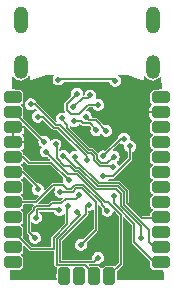
<source format=gbr>
%TF.GenerationSoftware,KiCad,Pcbnew,(6.0.8)*%
%TF.CreationDate,2022-10-31T23:03:35+01:00*%
%TF.ProjectId,epi,6570692e-6b69-4636-9164-5f7063625858,rev?*%
%TF.SameCoordinates,Original*%
%TF.FileFunction,Copper,L2,Bot*%
%TF.FilePolarity,Positive*%
%FSLAX46Y46*%
G04 Gerber Fmt 4.6, Leading zero omitted, Abs format (unit mm)*
G04 Created by KiCad (PCBNEW (6.0.8)) date 2022-10-31 23:03:35*
%MOMM*%
%LPD*%
G01*
G04 APERTURE LIST*
G04 Aperture macros list*
%AMRoundRect*
0 Rectangle with rounded corners*
0 $1 Rounding radius*
0 $2 $3 $4 $5 $6 $7 $8 $9 X,Y pos of 4 corners*
0 Add a 4 corners polygon primitive as box body*
4,1,4,$2,$3,$4,$5,$6,$7,$8,$9,$2,$3,0*
0 Add four circle primitives for the rounded corners*
1,1,$1+$1,$2,$3*
1,1,$1+$1,$4,$5*
1,1,$1+$1,$6,$7*
1,1,$1+$1,$8,$9*
0 Add four rect primitives between the rounded corners*
20,1,$1+$1,$2,$3,$4,$5,0*
20,1,$1+$1,$4,$5,$6,$7,0*
20,1,$1+$1,$6,$7,$8,$9,0*
20,1,$1+$1,$8,$9,$2,$3,0*%
G04 Aperture macros list end*
%TA.AperFunction,ComponentPad*%
%ADD10RoundRect,0.250000X-0.250000X0.500000X-0.250000X-0.500000X0.250000X-0.500000X0.250000X0.500000X0*%
%TD*%
%TA.AperFunction,ComponentPad*%
%ADD11RoundRect,0.250000X-0.500000X-0.250000X0.500000X-0.250000X0.500000X0.250000X-0.500000X0.250000X0*%
%TD*%
%TA.AperFunction,ComponentPad*%
%ADD12O,1.200000X2.300000*%
%TD*%
%TA.AperFunction,ComponentPad*%
%ADD13O,1.200000X2.000000*%
%TD*%
%TA.AperFunction,ViaPad*%
%ADD14C,0.500000*%
%TD*%
%TA.AperFunction,Conductor*%
%ADD15C,0.200000*%
%TD*%
%TA.AperFunction,Conductor*%
%ADD16C,0.127000*%
%TD*%
G04 APERTURE END LIST*
D10*
%TO.P,J3,1,Pin_1*%
%TO.N,IO11*%
X101900000Y-59400000D03*
%TO.P,J3,2,Pin_2*%
%TO.N,IO12*%
X100630000Y-59400000D03*
%TO.P,J3,3,Pin_3*%
%TO.N,IO13*%
X99360000Y-59400000D03*
%TO.P,J3,4,Pin_4*%
%TO.N,A5*%
X98090000Y-59400000D03*
%TD*%
D11*
%TO.P,J1,1,Pin_1*%
%TO.N,D1{slash}TX*%
X93750000Y-44250000D03*
%TO.P,J1,2,Pin_2*%
%TO.N,D0{slash}RX*%
X93750000Y-45520000D03*
%TO.P,J1,3,Pin_3*%
%TO.N,GND*%
X93750000Y-46790000D03*
%TO.P,J1,4,Pin_4*%
X93750000Y-48060000D03*
%TO.P,J1,5,Pin_5*%
%TO.N,D2{slash}SDA*%
X93750000Y-49330000D03*
%TO.P,J1,6,Pin_6*%
%TO.N,D3{slash}SCL*%
X93750000Y-50600000D03*
%TO.P,J1,7,Pin_7*%
%TO.N,D4*%
X93750000Y-51870000D03*
%TO.P,J1,8,Pin_8*%
%TO.N,D5*%
X93750000Y-53140000D03*
%TO.P,J1,9,Pin_9*%
%TO.N,D6*%
X93750000Y-54410000D03*
%TO.P,J1,10,Pin_10*%
%TO.N,D7*%
X93750000Y-55680000D03*
%TO.P,J1,11,Pin_11*%
%TO.N,IO8*%
X93750000Y-56950000D03*
%TO.P,J1,12,Pin_12*%
%TO.N,IO9*%
X93750000Y-58220000D03*
%TD*%
D12*
%TO.P,J4,S1,SHIELD*%
%TO.N,unconnected-(J4-PadS1)*%
X105600000Y-37705000D03*
D13*
X105600000Y-41705000D03*
D12*
X94400000Y-37705000D03*
D13*
X94400000Y-41705000D03*
%TD*%
D11*
%TO.P,J2,1,Pin_1*%
%TO.N,VBUS*%
X106250000Y-44250000D03*
%TO.P,J2,2,Pin_2*%
%TO.N,GND*%
X106250000Y-45520000D03*
%TO.P,J2,3,Pin_3*%
%TO.N,RST*%
X106250000Y-46790000D03*
%TO.P,J2,4,Pin_4*%
%TO.N,A4*%
X106250000Y-48060000D03*
%TO.P,J2,5,Pin_5*%
%TO.N,A3*%
X106250000Y-49330000D03*
%TO.P,J2,6,Pin_6*%
%TO.N,A2*%
X106250000Y-50600000D03*
%TO.P,J2,7,Pin_7*%
%TO.N,A1*%
X106250000Y-51870000D03*
%TO.P,J2,8,Pin_8*%
%TO.N,A0*%
X106250000Y-53140000D03*
%TO.P,J2,9,Pin_9*%
%TO.N,D15{slash}SCK*%
X106250000Y-54410000D03*
%TO.P,J2,10,Pin_10*%
%TO.N,D14{slash}MISO*%
X106250000Y-55680000D03*
%TO.P,J2,11,Pin_11*%
%TO.N,D16{slash}MOSI*%
X106250000Y-56950000D03*
%TO.P,J2,12,Pin_12*%
%TO.N,IO10*%
X106250000Y-58220000D03*
%TD*%
D14*
%TO.N,VBUS*%
X97600000Y-42750000D03*
X102400000Y-42850000D03*
%TO.N,GND*%
X95450000Y-48000000D03*
X96350000Y-56500000D03*
X104400000Y-57700000D03*
X96900000Y-44000000D03*
X99850000Y-47050000D03*
X95600000Y-49250000D03*
X103450000Y-55300000D03*
X102200000Y-56550000D03*
X95000000Y-43500000D03*
X104000000Y-45000000D03*
X97250000Y-54750000D03*
X98300000Y-57600000D03*
X104500000Y-49700000D03*
X96600000Y-47000000D03*
X104850000Y-53650000D03*
X101400000Y-44100000D03*
%TO.N,Net-(C2-Pad2)*%
X97900000Y-46050000D03*
X102275000Y-49275000D03*
%TO.N,Net-(C5-Pad2)*%
X97750000Y-52250000D03*
X99500000Y-56750000D03*
%TO.N,Net-(C6-Pad2)*%
X100200000Y-53350000D03*
X100950000Y-57850000D03*
%TO.N,Net-(C7-Pad1)*%
X95250000Y-44850000D03*
X102200000Y-50150000D03*
%TO.N,Net-(C8-Pad2)*%
X100000000Y-49550000D03*
X95850000Y-45900000D03*
%TO.N,RST*%
X103150000Y-47750000D03*
X101400000Y-49250000D03*
%TO.N,D0{slash}RX*%
X96400000Y-48000000D03*
%TO.N,IO11*%
X96550000Y-48850000D03*
%TO.N,IO12*%
X99150000Y-53950000D03*
%TO.N,Net-(J4-PadA7)*%
X100950000Y-44900000D03*
X99150000Y-43950000D03*
%TO.N,Net-(J4-PadB5)*%
X98850000Y-45100000D03*
X100300000Y-44100000D03*
%TO.N,D+*%
X100800000Y-47050000D03*
X98900000Y-46300000D03*
%TO.N,D-*%
X99900000Y-45900000D03*
X101650000Y-47100000D03*
%TO.N,D7*%
X98400000Y-53450000D03*
X101400000Y-50950000D03*
X103650000Y-48400000D03*
%TO.N,D15{slash}SCK*%
X99000000Y-49300000D03*
%TO.N,D16{slash}MOSI*%
X98000000Y-49200000D03*
%TO.N,D14{slash}MISO*%
X97350000Y-48250000D03*
X104600000Y-56200000D03*
%TO.N,D3{slash}SCL*%
X95850000Y-52050000D03*
%TO.N,D2{slash}SDA*%
X98500000Y-51300000D03*
%TO.N,D4*%
X95700000Y-54450000D03*
X97650000Y-53800000D03*
%TO.N,IO10*%
X102300000Y-52650000D03*
%TO.N,D5*%
X101750000Y-53850000D03*
%TO.N,A5*%
X99350000Y-52550000D03*
X95600000Y-56150000D03*
%TD*%
D15*
%TO.N,VBUS*%
X102260000Y-42710000D02*
X97640000Y-42710000D01*
X97640000Y-42710000D02*
X97600000Y-42750000D01*
X102400000Y-42850000D02*
X102260000Y-42710000D01*
D16*
%TO.N,GND*%
X103100000Y-44100000D02*
X104000000Y-45000000D01*
X101400000Y-44100000D02*
X103100000Y-44100000D01*
%TO.N,Net-(C2-Pad2)*%
X98350000Y-46896910D02*
X98936500Y-47483410D01*
X100450000Y-48750000D02*
X100203090Y-48750000D01*
X97800000Y-46050000D02*
X98350000Y-46600000D01*
X101203090Y-49850000D02*
X100836500Y-49483410D01*
X98350000Y-46600000D02*
X98350000Y-46896910D01*
X100836500Y-49483410D02*
X100836500Y-49136500D01*
X100203090Y-48750000D02*
X98936500Y-47483410D01*
X102275000Y-49275000D02*
X101700000Y-49850000D01*
X100836500Y-49136500D02*
X100450000Y-48750000D01*
X101700000Y-49850000D02*
X101203090Y-49850000D01*
%TO.N,Net-(C5-Pad2)*%
X99583410Y-51936500D02*
X100763500Y-53116590D01*
X98807090Y-52246000D02*
X99116590Y-51936500D01*
X100763500Y-53116590D02*
X100763500Y-55486500D01*
X97754000Y-52246000D02*
X98807090Y-52246000D01*
X99116590Y-51936500D02*
X99583410Y-51936500D01*
X97750000Y-52250000D02*
X97754000Y-52246000D01*
X100763500Y-55486500D02*
X99500000Y-56750000D01*
%TO.N,Net-(C6-Pad2)*%
X97700000Y-56359210D02*
X97700000Y-58200000D01*
X100200000Y-53350000D02*
X100000000Y-53350000D01*
X100600000Y-58200000D02*
X100950000Y-57850000D01*
X99950000Y-54109210D02*
X97700000Y-56359210D01*
X97700000Y-58200000D02*
X100600000Y-58200000D01*
X99950000Y-53400000D02*
X99950000Y-54109210D01*
X100000000Y-53350000D02*
X99950000Y-53400000D01*
%TO.N,Net-(C7-Pad1)*%
X95250000Y-44850000D02*
X95600000Y-44850000D01*
X100582500Y-49241710D02*
X100582500Y-49588620D01*
X102154000Y-50104000D02*
X102200000Y-50150000D01*
X95600000Y-44850000D02*
X97363500Y-46613500D01*
X100344790Y-49004000D02*
X100582500Y-49241710D01*
X101097880Y-50104000D02*
X102154000Y-50104000D01*
X97363500Y-46613500D02*
X97707380Y-46613500D01*
X97707380Y-46613500D02*
X100097880Y-49004000D01*
X100582500Y-49588620D02*
X101097880Y-50104000D01*
X100097880Y-49004000D02*
X100344790Y-49004000D01*
%TO.N,Net-(C8-Pad2)*%
X97258290Y-46867500D02*
X97602170Y-46867500D01*
X97602170Y-46867500D02*
X100000000Y-49265330D01*
X100000000Y-49265330D02*
X100000000Y-49550000D01*
X95850000Y-45900000D02*
X96290790Y-45900000D01*
X96290790Y-45900000D02*
X97258290Y-46867500D01*
%TO.N,RST*%
X103150000Y-47750000D02*
X102900000Y-47750000D01*
X102900000Y-47750000D02*
X101400000Y-49250000D01*
%TO.N,D0{slash}RX*%
X96400000Y-48000000D02*
X96332961Y-48000000D01*
X96332961Y-48000000D02*
X93852961Y-45520000D01*
X93852961Y-45520000D02*
X93813500Y-45520000D01*
%TO.N,IO11*%
X98734515Y-50737605D02*
X99128395Y-50737605D01*
X99128395Y-50737605D02*
X101526370Y-53135580D01*
X96550000Y-48850000D02*
X96550000Y-48906120D01*
X102886500Y-58350000D02*
X101900000Y-59336500D01*
X96550000Y-48906120D02*
X98380380Y-50736500D01*
X98380380Y-50736500D02*
X98733410Y-50736500D01*
X98733410Y-50736500D02*
X98734515Y-50737605D01*
X102886500Y-54189590D02*
X102886500Y-58350000D01*
X101832490Y-53135580D02*
X102886500Y-54189590D01*
X101526370Y-53135580D02*
X101832490Y-53135580D01*
%TO.N,IO12*%
X97454000Y-58454000D02*
X97446000Y-58446000D01*
X97446000Y-58446000D02*
X97446000Y-56254000D01*
X100630000Y-59336500D02*
X100630000Y-59230000D01*
X100630000Y-59230000D02*
X99854000Y-58454000D01*
X99854000Y-58454000D02*
X97454000Y-58454000D01*
X97446000Y-56254000D02*
X99450000Y-54250000D01*
X99450000Y-54250000D02*
X99150000Y-53950000D01*
%TO.N,Net-(J4-PadA7)*%
X98286500Y-45333410D02*
X98653090Y-45700000D01*
X99150000Y-43950000D02*
X98286500Y-44813500D01*
X98286500Y-44813500D02*
X98286500Y-45333410D01*
X99303090Y-45700000D02*
X100103090Y-44900000D01*
X98653090Y-45700000D02*
X99303090Y-45700000D01*
X100103090Y-44900000D02*
X100950000Y-44900000D01*
%TO.N,Net-(J4-PadB5)*%
X99650000Y-44300000D02*
X98850000Y-45100000D01*
X100300000Y-44100000D02*
X100100000Y-44300000D01*
X100100000Y-44300000D02*
X99650000Y-44300000D01*
%TO.N,D+*%
X99666590Y-46463500D02*
X100263500Y-46463500D01*
X100263500Y-46463500D02*
X100800000Y-47000000D01*
X100800000Y-47000000D02*
X100800000Y-47050000D01*
X98900000Y-46300000D02*
X99503090Y-46300000D01*
X99503090Y-46300000D02*
X99666590Y-46463500D01*
%TO.N,D-*%
X100200000Y-46200000D02*
X100750000Y-46200000D01*
X100750000Y-46200000D02*
X101650000Y-47100000D01*
X99900000Y-45900000D02*
X100200000Y-46200000D01*
%TO.N,D7*%
X98350000Y-54990790D02*
X98350000Y-53500000D01*
X102196910Y-50950000D02*
X103650000Y-49496910D01*
X98350000Y-53500000D02*
X98400000Y-53450000D01*
X93852961Y-55680000D02*
X95272961Y-57100000D01*
X101400000Y-50950000D02*
X102196910Y-50950000D01*
X97192000Y-57100000D02*
X97192000Y-56148790D01*
X97192000Y-56148790D02*
X98350000Y-54990790D01*
X95272961Y-57100000D02*
X97192000Y-57100000D01*
X103650000Y-49496910D02*
X103650000Y-48400000D01*
X93813500Y-55680000D02*
X93852961Y-55680000D01*
%TO.N,D15{slash}SCK*%
X106186500Y-54473500D02*
X106186500Y-54410000D01*
X103371500Y-53237750D02*
X104633750Y-54500000D01*
X103371500Y-52206170D02*
X103371500Y-53237750D01*
X106160000Y-54500000D02*
X106186500Y-54473500D01*
X101018420Y-51550000D02*
X102715330Y-51550000D01*
X99000000Y-49300000D02*
X99000000Y-49531580D01*
X104633750Y-54500000D02*
X106160000Y-54500000D01*
X102715330Y-51550000D02*
X103371500Y-52206170D01*
X99000000Y-49531580D02*
X101018420Y-51550000D01*
%TO.N,D16{slash}MOSI*%
X103117500Y-52311380D02*
X103117500Y-53342960D01*
X103117500Y-53342960D02*
X105246000Y-55471460D01*
X99338815Y-50229605D02*
X100913210Y-51804000D01*
X98000000Y-49200000D02*
X98053090Y-49200000D01*
X105246000Y-55471460D02*
X105246000Y-56496000D01*
X100913210Y-51804000D02*
X102610120Y-51804000D01*
X105700000Y-56950000D02*
X106186500Y-56950000D01*
X98053090Y-49200000D02*
X99082695Y-50229605D01*
X105246000Y-56496000D02*
X105700000Y-56950000D01*
X99082695Y-50229605D02*
X99338815Y-50229605D01*
X102610120Y-51804000D02*
X103117500Y-52311380D01*
%TO.N,D14{slash}MISO*%
X97450000Y-48350000D02*
X97350000Y-48250000D01*
X100808000Y-52058000D02*
X99233605Y-50483605D01*
X102504910Y-52058000D02*
X100808000Y-52058000D01*
X99233605Y-50483605D02*
X98977485Y-50483605D01*
X97436500Y-49433410D02*
X97436500Y-48966590D01*
X102863500Y-53448170D02*
X102863500Y-52416590D01*
X102863500Y-52416590D02*
X102504910Y-52058000D01*
X104600000Y-56200000D02*
X104600000Y-55184670D01*
X98571940Y-50078060D02*
X98081150Y-50078060D01*
X98977485Y-50483605D02*
X98571940Y-50078060D01*
X98081150Y-50078060D02*
X97436500Y-49433410D01*
X97450000Y-48953090D02*
X97450000Y-48350000D01*
X104600000Y-55184670D02*
X102863500Y-53448170D01*
X97436500Y-48966590D02*
X97450000Y-48953090D01*
%TO.N,D3{slash}SCL*%
X95850000Y-51862603D02*
X94587397Y-50600000D01*
X95850000Y-52050000D02*
X95850000Y-51862603D01*
X94587397Y-50600000D02*
X93813500Y-50600000D01*
%TO.N,D2{slash}SDA*%
X98500000Y-51300000D02*
X97000000Y-49800000D01*
X95100000Y-49800000D02*
X94630000Y-49330000D01*
X94630000Y-49330000D02*
X93813500Y-49330000D01*
X97000000Y-49800000D02*
X95100000Y-49800000D01*
%TO.N,D4*%
X95800000Y-54350000D02*
X95700000Y-54450000D01*
X95800000Y-53750000D02*
X95800000Y-54350000D01*
X97650000Y-53800000D02*
X97600000Y-53750000D01*
X97600000Y-53750000D02*
X95800000Y-53750000D01*
%TO.N,IO10*%
X102300000Y-52650000D02*
X102300000Y-53243880D01*
X104036500Y-56536500D02*
X105720000Y-58220000D01*
X105720000Y-58220000D02*
X106186500Y-58220000D01*
X104036500Y-54980380D02*
X104036500Y-56536500D01*
X102300000Y-53243880D02*
X104036500Y-54980380D01*
%TO.N,D5*%
X101250000Y-53350000D02*
X101250000Y-53240790D01*
X101750000Y-53850000D02*
X101250000Y-53350000D01*
X98288910Y-51992000D02*
X97983410Y-51686500D01*
X97983410Y-51686500D02*
X97145080Y-51686500D01*
X97145080Y-51686500D02*
X95691580Y-53140000D01*
X95691580Y-53140000D02*
X93813500Y-53140000D01*
X99691710Y-51682500D02*
X99011380Y-51682500D01*
X98701880Y-51992000D02*
X98288910Y-51992000D01*
X101250000Y-53240790D02*
X99691710Y-51682500D01*
X99011380Y-51682500D02*
X98701880Y-51992000D01*
%TO.N,A5*%
X95694790Y-53496000D02*
X95546000Y-53644790D01*
X97063500Y-53236500D02*
X96804000Y-53496000D01*
X97813500Y-53236500D02*
X97063500Y-53236500D01*
X95546000Y-53807090D02*
X95100000Y-54253090D01*
X99350000Y-52550000D02*
X99050000Y-52850000D01*
X96804000Y-53496000D02*
X95694790Y-53496000D01*
X95546000Y-53644790D02*
X95546000Y-53807090D01*
X99050000Y-52850000D02*
X98200000Y-52850000D01*
X95100000Y-54253090D02*
X95100000Y-55650000D01*
X95100000Y-55650000D02*
X95600000Y-56150000D01*
X98200000Y-52850000D02*
X97813500Y-53236500D01*
%TD*%
%TA.AperFunction,Conductor*%
%TO.N,GND*%
G36*
X103184194Y-54398189D02*
G01*
X103827194Y-55041189D01*
X103845500Y-55085383D01*
X103845500Y-56493268D01*
X103844250Y-56500607D01*
X103844977Y-56500690D01*
X103844180Y-56507681D01*
X103841848Y-56514322D01*
X103842626Y-56521315D01*
X103842626Y-56521316D01*
X103845117Y-56543697D01*
X103845500Y-56550610D01*
X103845500Y-56558033D01*
X103847081Y-56564965D01*
X103848257Y-56571918D01*
X103851486Y-56600929D01*
X103855219Y-56606893D01*
X103856594Y-56610841D01*
X103858403Y-56614600D01*
X103859968Y-56621459D01*
X103864353Y-56626961D01*
X103864353Y-56626962D01*
X103878148Y-56644273D01*
X103882244Y-56650059D01*
X103884220Y-56653215D01*
X103886096Y-56656211D01*
X103891309Y-56661424D01*
X103895994Y-56666668D01*
X103914275Y-56689609D01*
X103920614Y-56692667D01*
X103926115Y-56697058D01*
X103925689Y-56697592D01*
X103931853Y-56701968D01*
X105354194Y-58124309D01*
X105372500Y-58168503D01*
X105372501Y-58336183D01*
X105372501Y-58505780D01*
X105383422Y-58579979D01*
X105385562Y-58584337D01*
X105385562Y-58584338D01*
X105431161Y-58677210D01*
X105438810Y-58692790D01*
X105442462Y-58696436D01*
X105442463Y-58696437D01*
X105524098Y-58777930D01*
X105524100Y-58777932D01*
X105527753Y-58781578D01*
X105640661Y-58836769D01*
X105645464Y-58837470D01*
X105645465Y-58837470D01*
X105667440Y-58840676D01*
X105714219Y-58847500D01*
X105988016Y-58847500D01*
X106010718Y-58851769D01*
X106029259Y-58858998D01*
X106077266Y-58877715D01*
X106077270Y-58877716D01*
X106080776Y-58879083D01*
X106084513Y-58879575D01*
X106203442Y-58895233D01*
X106203448Y-58895233D01*
X106205473Y-58895500D01*
X106290996Y-58895500D01*
X106292868Y-58895274D01*
X106292876Y-58895273D01*
X106408573Y-58881272D01*
X106408576Y-58881271D01*
X106412313Y-58880819D01*
X106414508Y-58879989D01*
X106461352Y-58887156D01*
X106489672Y-58925707D01*
X106491473Y-58939953D01*
X106493858Y-59166472D01*
X106499335Y-59686842D01*
X106481495Y-59731227D01*
X106436838Y-59750000D01*
X102590000Y-59750000D01*
X102545806Y-59731694D01*
X102527500Y-59687500D01*
X102527500Y-59674046D01*
X102533200Y-59651105D01*
X102532152Y-59650703D01*
X102533503Y-59647183D01*
X102535265Y-59643855D01*
X102575095Y-59485284D01*
X102575951Y-59321790D01*
X102537784Y-59162810D01*
X102536058Y-59159465D01*
X102536056Y-59159461D01*
X102534461Y-59156371D01*
X102527499Y-59127705D01*
X102527499Y-59005004D01*
X102545805Y-58960810D01*
X102990987Y-58515628D01*
X102997061Y-58511323D01*
X102996605Y-58510750D01*
X103002113Y-58506369D01*
X103008458Y-58503322D01*
X103021217Y-58487368D01*
X103026918Y-58480239D01*
X103031535Y-58475080D01*
X103036784Y-58469831D01*
X103040557Y-58463828D01*
X103044665Y-58458047D01*
X103048302Y-58453500D01*
X103062883Y-58435267D01*
X103064460Y-58428407D01*
X103066278Y-58424647D01*
X103067656Y-58420711D01*
X103071402Y-58414752D01*
X103074680Y-58385758D01*
X103075870Y-58378792D01*
X103077500Y-58371703D01*
X103077500Y-58364329D01*
X103077896Y-58357308D01*
X103078531Y-58351688D01*
X103081191Y-58328161D01*
X103078870Y-58321516D01*
X103078086Y-58314522D01*
X103078764Y-58314446D01*
X103077500Y-58306994D01*
X103077500Y-54442383D01*
X103095806Y-54398189D01*
X103140000Y-54379883D01*
X103184194Y-54398189D01*
G37*
%TD.AperFunction*%
%TA.AperFunction,Conductor*%
G36*
X101061194Y-53413946D02*
G01*
X101072221Y-53429491D01*
X101073468Y-53434959D01*
X101077851Y-53440460D01*
X101077852Y-53440461D01*
X101091648Y-53457773D01*
X101095744Y-53463559D01*
X101099596Y-53469711D01*
X101104809Y-53474924D01*
X101109494Y-53480168D01*
X101120943Y-53494535D01*
X101127775Y-53503109D01*
X101134114Y-53506167D01*
X101139615Y-53510558D01*
X101139189Y-53511092D01*
X101145353Y-53515468D01*
X101256375Y-53626490D01*
X101274681Y-53670684D01*
X101269516Y-53693838D01*
X101269641Y-53693876D01*
X101269148Y-53695488D01*
X101268756Y-53697244D01*
X101266447Y-53702163D01*
X101244391Y-53843823D01*
X101244968Y-53848236D01*
X101244968Y-53848238D01*
X101245277Y-53850598D01*
X101262980Y-53985979D01*
X101264773Y-53990054D01*
X101312883Y-54099391D01*
X101320720Y-54117203D01*
X101323584Y-54120610D01*
X101410107Y-54223543D01*
X101410110Y-54223546D01*
X101412970Y-54226948D01*
X101532313Y-54306390D01*
X101536564Y-54307718D01*
X101664905Y-54347814D01*
X101664908Y-54347814D01*
X101669157Y-54349142D01*
X101673609Y-54349224D01*
X101673611Y-54349224D01*
X101744642Y-54350526D01*
X101812499Y-54351770D01*
X101950817Y-54314060D01*
X102072991Y-54239045D01*
X102090202Y-54220031D01*
X102166213Y-54136054D01*
X102169200Y-54132754D01*
X102231710Y-54003733D01*
X102240231Y-53953087D01*
X102265616Y-53912543D01*
X102312235Y-53901823D01*
X102346057Y-53919262D01*
X102476817Y-54050021D01*
X102677194Y-54250398D01*
X102695500Y-54294592D01*
X102695500Y-58244997D01*
X102677194Y-58289191D01*
X102407639Y-58558746D01*
X102363445Y-58577052D01*
X102335998Y-58570703D01*
X102263699Y-58535362D01*
X102263698Y-58535362D01*
X102259339Y-58533231D01*
X102254536Y-58532530D01*
X102254535Y-58532530D01*
X102232560Y-58529324D01*
X102185781Y-58522500D01*
X101900755Y-58522500D01*
X101614220Y-58522501D01*
X101540021Y-58533422D01*
X101535663Y-58535562D01*
X101535662Y-58535562D01*
X101431845Y-58586534D01*
X101431844Y-58586535D01*
X101427210Y-58588810D01*
X101423564Y-58592462D01*
X101423563Y-58592463D01*
X101342070Y-58674098D01*
X101342068Y-58674100D01*
X101338422Y-58677753D01*
X101336154Y-58682393D01*
X101321129Y-58713131D01*
X101285275Y-58744797D01*
X101237531Y-58741835D01*
X101208876Y-58713230D01*
X101193467Y-58681847D01*
X101193466Y-58681846D01*
X101191190Y-58677210D01*
X101183008Y-58669042D01*
X101105902Y-58592070D01*
X101105900Y-58592068D01*
X101102247Y-58588422D01*
X101031363Y-58553773D01*
X100993699Y-58535362D01*
X100993698Y-58535362D01*
X100989339Y-58533231D01*
X100984536Y-58532530D01*
X100984535Y-58532530D01*
X100962560Y-58529324D01*
X100915781Y-58522500D01*
X100630755Y-58522500D01*
X100344220Y-58522501D01*
X100270021Y-58533422D01*
X100265661Y-58535563D01*
X100265660Y-58535563D01*
X100265556Y-58535614D01*
X100265480Y-58535619D01*
X100261022Y-58537004D01*
X100260687Y-58535924D01*
X100217817Y-58538657D01*
X100193819Y-58523704D01*
X100167809Y-58497694D01*
X100149503Y-58453500D01*
X100167809Y-58409306D01*
X100212003Y-58391000D01*
X100556768Y-58391000D01*
X100564107Y-58392250D01*
X100564190Y-58391523D01*
X100571181Y-58392320D01*
X100577822Y-58394652D01*
X100584815Y-58393874D01*
X100584816Y-58393874D01*
X100607197Y-58391383D01*
X100614110Y-58391000D01*
X100621533Y-58391000D01*
X100628465Y-58389419D01*
X100635418Y-58388243D01*
X100664429Y-58385014D01*
X100670393Y-58381281D01*
X100674341Y-58379906D01*
X100678100Y-58378097D01*
X100684959Y-58376532D01*
X100707774Y-58358351D01*
X100713559Y-58354256D01*
X100716715Y-58352280D01*
X100716717Y-58352279D01*
X100719711Y-58350404D01*
X100724924Y-58345191D01*
X100730168Y-58340506D01*
X100735593Y-58336183D01*
X100781564Y-58322958D01*
X100793171Y-58325403D01*
X100869157Y-58349142D01*
X100873610Y-58349224D01*
X100873612Y-58349224D01*
X100942791Y-58350492D01*
X101012499Y-58351770D01*
X101150817Y-58314060D01*
X101272991Y-58239045D01*
X101369200Y-58132754D01*
X101431710Y-58003733D01*
X101455496Y-57862354D01*
X101455647Y-57850000D01*
X101435323Y-57708082D01*
X101375984Y-57577572D01*
X101282400Y-57468963D01*
X101162095Y-57390985D01*
X101149456Y-57387205D01*
X101036773Y-57353506D01*
X101024739Y-57349907D01*
X100953057Y-57349469D01*
X100885829Y-57349058D01*
X100885828Y-57349058D01*
X100881376Y-57349031D01*
X100743529Y-57388428D01*
X100622280Y-57464930D01*
X100619337Y-57468262D01*
X100619335Y-57468264D01*
X100565805Y-57528876D01*
X100527377Y-57572388D01*
X100466447Y-57702163D01*
X100444391Y-57843823D01*
X100444968Y-57848236D01*
X100444968Y-57848237D01*
X100456758Y-57938396D01*
X100444337Y-57984591D01*
X100402890Y-58008472D01*
X100394786Y-58009000D01*
X97953500Y-58009000D01*
X97909306Y-57990694D01*
X97891000Y-57946500D01*
X97891000Y-56464213D01*
X97909306Y-56420019D01*
X100054487Y-54274838D01*
X100060561Y-54270533D01*
X100060105Y-54269960D01*
X100065613Y-54265579D01*
X100071958Y-54262532D01*
X100088155Y-54242279D01*
X100090418Y-54239449D01*
X100095035Y-54234290D01*
X100100284Y-54229041D01*
X100104057Y-54223038D01*
X100108165Y-54217257D01*
X100108209Y-54217203D01*
X100126383Y-54194477D01*
X100127960Y-54187617D01*
X100129778Y-54183857D01*
X100131156Y-54179921D01*
X100134902Y-54173962D01*
X100136218Y-54162326D01*
X100138179Y-54144973D01*
X100139370Y-54138002D01*
X100141000Y-54130913D01*
X100141000Y-54123539D01*
X100141396Y-54116518D01*
X100142923Y-54103009D01*
X100144691Y-54087371D01*
X100142370Y-54080726D01*
X100141586Y-54073732D01*
X100142264Y-54073656D01*
X100141000Y-54066204D01*
X100141000Y-53913198D01*
X100159306Y-53869004D01*
X100204646Y-53850709D01*
X100262499Y-53851770D01*
X100400817Y-53814060D01*
X100404606Y-53811734D01*
X100404612Y-53811731D01*
X100477297Y-53767102D01*
X100524537Y-53759577D01*
X100563261Y-53787660D01*
X100572500Y-53820363D01*
X100572500Y-55381497D01*
X100554194Y-55425691D01*
X99720612Y-56259273D01*
X99676418Y-56277579D01*
X99658511Y-56274959D01*
X99579007Y-56251183D01*
X99579004Y-56251183D01*
X99574739Y-56249907D01*
X99503057Y-56249469D01*
X99435829Y-56249058D01*
X99435828Y-56249058D01*
X99431376Y-56249031D01*
X99293529Y-56288428D01*
X99172280Y-56364930D01*
X99169337Y-56368262D01*
X99169335Y-56368264D01*
X99084597Y-56464213D01*
X99077377Y-56472388D01*
X99016447Y-56602163D01*
X99015762Y-56606561D01*
X99015762Y-56606562D01*
X99014338Y-56615711D01*
X98994391Y-56743823D01*
X98994968Y-56748236D01*
X98994968Y-56748238D01*
X98996499Y-56759942D01*
X99012980Y-56885979D01*
X99014773Y-56890054D01*
X99022556Y-56907741D01*
X99070720Y-57017203D01*
X99073584Y-57020610D01*
X99160107Y-57123543D01*
X99160110Y-57123546D01*
X99162970Y-57126948D01*
X99282313Y-57206390D01*
X99286564Y-57207718D01*
X99414905Y-57247814D01*
X99414908Y-57247814D01*
X99419157Y-57249142D01*
X99423609Y-57249224D01*
X99423611Y-57249224D01*
X99494642Y-57250526D01*
X99562499Y-57251770D01*
X99700817Y-57214060D01*
X99822991Y-57139045D01*
X99919200Y-57032754D01*
X99981710Y-56903733D01*
X99984012Y-56890054D01*
X99991339Y-56846500D01*
X100005496Y-56762354D01*
X100005647Y-56750000D01*
X99993507Y-56665230D01*
X99985954Y-56612486D01*
X99985953Y-56612484D01*
X99985323Y-56608082D01*
X99983481Y-56604031D01*
X99983480Y-56604027D01*
X99980345Y-56597131D01*
X99978717Y-56549323D01*
X99993046Y-56527069D01*
X100867987Y-55652128D01*
X100874061Y-55647823D01*
X100873605Y-55647250D01*
X100879113Y-55642869D01*
X100885458Y-55639822D01*
X100903918Y-55616739D01*
X100908535Y-55611580D01*
X100913784Y-55606331D01*
X100917557Y-55600328D01*
X100921665Y-55594547D01*
X100925949Y-55589191D01*
X100939883Y-55571767D01*
X100941460Y-55564907D01*
X100943278Y-55561147D01*
X100944656Y-55557211D01*
X100948402Y-55551252D01*
X100951679Y-55522263D01*
X100952871Y-55515287D01*
X100954500Y-55508203D01*
X100954500Y-55500829D01*
X100954896Y-55493808D01*
X100957400Y-55471655D01*
X100958191Y-55464662D01*
X100955870Y-55458017D01*
X100955086Y-55451023D01*
X100955764Y-55450947D01*
X100954500Y-55443495D01*
X100954500Y-53458140D01*
X100972806Y-53413946D01*
X101017000Y-53395640D01*
X101061194Y-53413946D01*
G37*
%TD.AperFunction*%
%TA.AperFunction,Conductor*%
G36*
X95482981Y-53349306D02*
G01*
X95501287Y-53393500D01*
X95482981Y-53437694D01*
X95441513Y-53479162D01*
X95435439Y-53483467D01*
X95435895Y-53484040D01*
X95430387Y-53488421D01*
X95424042Y-53491468D01*
X95419646Y-53496965D01*
X95405582Y-53514551D01*
X95400965Y-53519710D01*
X95395716Y-53524959D01*
X95393847Y-53527933D01*
X95391943Y-53530962D01*
X95387838Y-53536738D01*
X95369617Y-53559523D01*
X95368040Y-53566383D01*
X95366222Y-53570143D01*
X95364844Y-53574079D01*
X95361098Y-53580038D01*
X95360307Y-53587032D01*
X95360307Y-53587033D01*
X95357821Y-53609026D01*
X95356629Y-53616003D01*
X95355000Y-53623087D01*
X95355000Y-53630461D01*
X95354604Y-53637482D01*
X95351309Y-53666628D01*
X95353630Y-53673273D01*
X95354414Y-53680267D01*
X95353736Y-53680343D01*
X95355000Y-53687795D01*
X95355000Y-53702087D01*
X95336694Y-53746281D01*
X94995513Y-54087462D01*
X94989439Y-54091767D01*
X94989895Y-54092340D01*
X94984387Y-54096721D01*
X94978042Y-54099768D01*
X94973646Y-54105265D01*
X94959582Y-54122851D01*
X94954965Y-54128010D01*
X94949716Y-54133259D01*
X94947847Y-54136233D01*
X94945943Y-54139262D01*
X94941838Y-54145038D01*
X94923617Y-54167823D01*
X94922040Y-54174683D01*
X94920222Y-54178443D01*
X94918844Y-54182379D01*
X94915098Y-54188338D01*
X94914307Y-54195332D01*
X94914307Y-54195333D01*
X94911821Y-54217326D01*
X94910629Y-54224303D01*
X94909000Y-54231387D01*
X94909000Y-54238761D01*
X94908604Y-54245782D01*
X94905309Y-54274928D01*
X94907630Y-54281573D01*
X94908414Y-54288567D01*
X94907736Y-54288643D01*
X94909000Y-54296095D01*
X94909000Y-55606768D01*
X94907750Y-55614107D01*
X94908477Y-55614190D01*
X94907680Y-55621181D01*
X94905348Y-55627822D01*
X94906126Y-55634815D01*
X94906126Y-55634816D01*
X94908617Y-55657197D01*
X94909000Y-55664110D01*
X94909000Y-55671533D01*
X94910581Y-55678465D01*
X94911757Y-55685418D01*
X94914986Y-55714429D01*
X94918719Y-55720393D01*
X94920094Y-55724341D01*
X94921903Y-55728100D01*
X94923468Y-55734959D01*
X94927853Y-55740461D01*
X94927853Y-55740462D01*
X94941648Y-55757773D01*
X94945744Y-55763559D01*
X94949596Y-55769711D01*
X94954809Y-55774924D01*
X94959494Y-55780168D01*
X94977775Y-55803109D01*
X94984114Y-55806167D01*
X94989615Y-55810558D01*
X94989189Y-55811092D01*
X94995353Y-55815468D01*
X95106375Y-55926490D01*
X95124681Y-55970684D01*
X95119516Y-55993838D01*
X95119641Y-55993876D01*
X95119148Y-55995488D01*
X95118756Y-55997244D01*
X95116447Y-56002163D01*
X95094391Y-56143823D01*
X95094968Y-56148236D01*
X95094968Y-56148238D01*
X95100664Y-56191795D01*
X95112980Y-56285979D01*
X95114773Y-56290054D01*
X95158227Y-56388810D01*
X95170720Y-56417203D01*
X95173584Y-56420610D01*
X95260107Y-56523543D01*
X95260110Y-56523546D01*
X95262970Y-56526948D01*
X95382313Y-56606390D01*
X95386564Y-56607718D01*
X95514905Y-56647814D01*
X95514908Y-56647814D01*
X95519157Y-56649142D01*
X95523609Y-56649224D01*
X95523611Y-56649224D01*
X95594642Y-56650526D01*
X95662499Y-56651770D01*
X95800817Y-56614060D01*
X95906252Y-56549323D01*
X95919198Y-56541374D01*
X95922991Y-56539045D01*
X96019200Y-56432754D01*
X96081710Y-56303733D01*
X96084012Y-56290054D01*
X96092232Y-56241190D01*
X96105496Y-56162354D01*
X96105647Y-56150000D01*
X96085323Y-56008082D01*
X96025984Y-55877572D01*
X95932400Y-55768963D01*
X95812095Y-55690985D01*
X95781754Y-55681911D01*
X95735335Y-55668029D01*
X95674739Y-55649907D01*
X95603057Y-55649469D01*
X95535829Y-55649058D01*
X95535828Y-55649058D01*
X95531376Y-55649031D01*
X95520540Y-55652128D01*
X95440568Y-55674984D01*
X95393045Y-55669527D01*
X95379199Y-55659084D01*
X95309306Y-55589191D01*
X95291000Y-55544997D01*
X95291000Y-54895725D01*
X95309306Y-54851531D01*
X95353500Y-54833225D01*
X95388133Y-54843698D01*
X95482313Y-54906390D01*
X95486564Y-54907718D01*
X95614905Y-54947814D01*
X95614908Y-54947814D01*
X95619157Y-54949142D01*
X95623609Y-54949224D01*
X95623611Y-54949224D01*
X95694642Y-54950526D01*
X95762499Y-54951770D01*
X95900817Y-54914060D01*
X96022991Y-54839045D01*
X96119200Y-54732754D01*
X96181710Y-54603733D01*
X96205496Y-54462354D01*
X96205647Y-54450000D01*
X96185323Y-54308082D01*
X96125984Y-54177572D01*
X96032400Y-54068963D01*
X96028665Y-54066542D01*
X96019507Y-54060606D01*
X95992377Y-54021208D01*
X95991000Y-54008159D01*
X95991000Y-54003500D01*
X96009306Y-53959306D01*
X96053500Y-53941000D01*
X97124407Y-53941000D01*
X97168601Y-53959306D01*
X97181613Y-53978327D01*
X97190861Y-53999343D01*
X97213160Y-54050021D01*
X97220720Y-54067203D01*
X97223584Y-54070610D01*
X97310107Y-54173543D01*
X97310110Y-54173546D01*
X97312970Y-54176948D01*
X97432313Y-54256390D01*
X97436564Y-54257718D01*
X97564905Y-54297814D01*
X97564908Y-54297814D01*
X97569157Y-54299142D01*
X97573609Y-54299224D01*
X97573611Y-54299224D01*
X97644642Y-54300526D01*
X97712499Y-54301770D01*
X97850817Y-54264060D01*
X97972991Y-54189045D01*
X98033707Y-54121967D01*
X98050163Y-54103786D01*
X98093392Y-54083305D01*
X98138442Y-54099391D01*
X98159000Y-54145728D01*
X98159000Y-54885787D01*
X98140694Y-54929981D01*
X97087513Y-55983162D01*
X97081439Y-55987467D01*
X97081895Y-55988040D01*
X97076387Y-55992421D01*
X97070042Y-55995468D01*
X97065646Y-56000965D01*
X97051582Y-56018551D01*
X97046965Y-56023710D01*
X97041716Y-56028959D01*
X97039847Y-56031933D01*
X97037943Y-56034962D01*
X97033838Y-56040738D01*
X97015617Y-56063523D01*
X97014040Y-56070383D01*
X97012222Y-56074143D01*
X97010844Y-56078079D01*
X97007098Y-56084038D01*
X97006307Y-56091032D01*
X97006307Y-56091033D01*
X97003821Y-56113026D01*
X97002629Y-56120003D01*
X97001000Y-56127087D01*
X97001000Y-56134461D01*
X97000604Y-56141482D01*
X96997309Y-56170628D01*
X96999630Y-56177273D01*
X97000414Y-56184267D01*
X96999736Y-56184343D01*
X97001000Y-56191795D01*
X97001000Y-56846500D01*
X96982694Y-56890694D01*
X96938500Y-56909000D01*
X95377964Y-56909000D01*
X95333770Y-56890694D01*
X94604210Y-56161134D01*
X94585904Y-56116940D01*
X94592253Y-56089493D01*
X94614638Y-56043699D01*
X94614638Y-56043698D01*
X94616769Y-56039339D01*
X94617850Y-56031933D01*
X94624964Y-55983162D01*
X94627500Y-55965781D01*
X94627499Y-55394220D01*
X94616578Y-55320021D01*
X94614438Y-55315662D01*
X94563466Y-55211845D01*
X94563465Y-55211844D01*
X94561190Y-55207210D01*
X94557537Y-55203563D01*
X94475902Y-55122070D01*
X94475900Y-55122068D01*
X94472247Y-55118422D01*
X94436869Y-55101129D01*
X94405203Y-55065275D01*
X94408165Y-55017531D01*
X94436770Y-54988876D01*
X94468153Y-54973467D01*
X94468154Y-54973466D01*
X94472790Y-54971190D01*
X94476437Y-54967537D01*
X94557930Y-54885902D01*
X94557932Y-54885900D01*
X94561578Y-54882247D01*
X94610487Y-54782191D01*
X94614638Y-54773699D01*
X94614638Y-54773698D01*
X94616769Y-54769339D01*
X94627500Y-54695781D01*
X94627499Y-54124220D01*
X94616578Y-54050021D01*
X94606795Y-54030095D01*
X94563466Y-53941845D01*
X94563465Y-53941844D01*
X94561190Y-53937210D01*
X94538000Y-53914060D01*
X94475902Y-53852070D01*
X94475900Y-53852068D01*
X94472247Y-53848422D01*
X94436869Y-53831129D01*
X94405203Y-53795275D01*
X94408165Y-53747531D01*
X94436770Y-53718876D01*
X94468153Y-53703467D01*
X94468154Y-53703466D01*
X94472790Y-53701190D01*
X94478482Y-53695488D01*
X94557930Y-53615902D01*
X94557932Y-53615900D01*
X94561578Y-53612247D01*
X94590037Y-53554026D01*
X94614638Y-53503699D01*
X94614638Y-53503698D01*
X94616769Y-53499339D01*
X94619085Y-53483467D01*
X94621989Y-53463559D01*
X94627500Y-53425781D01*
X94627500Y-53393500D01*
X94645806Y-53349306D01*
X94690000Y-53331000D01*
X95438787Y-53331000D01*
X95482981Y-53349306D01*
G37*
%TD.AperFunction*%
%TA.AperFunction,Conductor*%
G36*
X97210948Y-42345806D02*
G01*
X97229254Y-42390000D01*
X97213600Y-42431373D01*
X97177377Y-42472388D01*
X97116447Y-42602163D01*
X97094391Y-42743823D01*
X97094968Y-42748236D01*
X97094968Y-42748238D01*
X97100973Y-42794158D01*
X97112980Y-42885979D01*
X97114773Y-42890054D01*
X97166557Y-43007741D01*
X97170720Y-43017203D01*
X97173584Y-43020610D01*
X97260107Y-43123543D01*
X97260110Y-43123546D01*
X97262970Y-43126948D01*
X97382313Y-43206390D01*
X97386564Y-43207718D01*
X97514905Y-43247814D01*
X97514908Y-43247814D01*
X97519157Y-43249142D01*
X97523609Y-43249224D01*
X97523611Y-43249224D01*
X97594642Y-43250526D01*
X97662499Y-43251770D01*
X97800817Y-43214060D01*
X97922991Y-43139045D01*
X98019200Y-43032754D01*
X98048272Y-42972749D01*
X98084015Y-42940959D01*
X98104518Y-42937500D01*
X101852660Y-42937500D01*
X101896854Y-42955806D01*
X101912546Y-42982661D01*
X101912980Y-42985979D01*
X101914771Y-42990049D01*
X101914772Y-42990053D01*
X101968927Y-43113129D01*
X101970720Y-43117203D01*
X101973584Y-43120610D01*
X102060107Y-43223543D01*
X102060110Y-43223546D01*
X102062970Y-43226948D01*
X102182313Y-43306390D01*
X102186564Y-43307718D01*
X102314905Y-43347814D01*
X102314908Y-43347814D01*
X102319157Y-43349142D01*
X102323609Y-43349224D01*
X102323611Y-43349224D01*
X102394642Y-43350526D01*
X102462499Y-43351770D01*
X102600817Y-43314060D01*
X102722991Y-43239045D01*
X102754783Y-43203922D01*
X102816213Y-43136054D01*
X102819200Y-43132754D01*
X102881710Y-43003733D01*
X102885166Y-42983195D01*
X102892853Y-42937500D01*
X102905496Y-42862354D01*
X102905647Y-42850000D01*
X102885323Y-42708082D01*
X102825984Y-42577572D01*
X102732400Y-42468963D01*
X102691491Y-42442447D01*
X102664362Y-42403048D01*
X102673038Y-42356006D01*
X102712437Y-42328877D01*
X102725485Y-42327500D01*
X103462000Y-42327500D01*
X103486038Y-42332308D01*
X104622636Y-42805891D01*
X104635354Y-42813771D01*
X104637902Y-42814937D01*
X104644683Y-42820822D01*
X104663497Y-42823550D01*
X104665389Y-42823824D01*
X104665945Y-42823936D01*
X104667899Y-42824750D01*
X104678865Y-42825954D01*
X104682804Y-42826387D01*
X104684950Y-42826660D01*
X104711017Y-42830440D01*
X104711018Y-42830440D01*
X104718723Y-42831557D01*
X104720892Y-42830571D01*
X104723258Y-42830831D01*
X104730225Y-42827368D01*
X104730226Y-42827368D01*
X104748942Y-42818065D01*
X104753824Y-42815639D01*
X104755766Y-42814715D01*
X104757843Y-42813771D01*
X104769948Y-42808267D01*
X104779740Y-42803815D01*
X104779741Y-42803814D01*
X104786828Y-42800592D01*
X104788119Y-42798592D01*
X104790252Y-42797532D01*
X104807753Y-42768254D01*
X104808891Y-42766425D01*
X104823773Y-42743376D01*
X104823773Y-42743374D01*
X104827411Y-42737741D01*
X104827500Y-42737127D01*
X104827500Y-42735220D01*
X104828638Y-42733316D01*
X104827532Y-42698684D01*
X104827500Y-42696689D01*
X104827500Y-42461626D01*
X104845806Y-42417432D01*
X104890000Y-42399126D01*
X104934194Y-42417432D01*
X104944749Y-42432066D01*
X104945074Y-42432962D01*
X104947067Y-42436001D01*
X104947067Y-42436002D01*
X105023007Y-42551829D01*
X105038088Y-42574832D01*
X105161243Y-42691498D01*
X105307935Y-42776703D01*
X105386810Y-42800592D01*
X105463516Y-42823824D01*
X105470294Y-42825877D01*
X105639610Y-42836381D01*
X105806802Y-42807652D01*
X105962900Y-42741232D01*
X106099532Y-42640682D01*
X106208837Y-42512021D01*
X106251402Y-42490193D01*
X106296935Y-42504855D01*
X106318966Y-42551829D01*
X106329066Y-43511342D01*
X106311226Y-43555727D01*
X106266569Y-43574500D01*
X106209004Y-43574500D01*
X106207132Y-43574726D01*
X106207124Y-43574727D01*
X106123725Y-43584820D01*
X106087687Y-43589181D01*
X106084162Y-43590513D01*
X106084158Y-43590514D01*
X106010187Y-43618466D01*
X105988095Y-43622501D01*
X105714220Y-43622501D01*
X105640021Y-43633422D01*
X105635663Y-43635562D01*
X105635662Y-43635562D01*
X105531845Y-43686534D01*
X105531844Y-43686535D01*
X105527210Y-43688810D01*
X105523564Y-43692462D01*
X105523563Y-43692463D01*
X105442070Y-43774098D01*
X105442068Y-43774100D01*
X105438422Y-43777753D01*
X105426490Y-43802163D01*
X105385675Y-43885662D01*
X105383231Y-43890661D01*
X105372500Y-43964219D01*
X105372501Y-44535780D01*
X105383422Y-44609979D01*
X105385562Y-44614337D01*
X105385562Y-44614338D01*
X105433394Y-44711758D01*
X105438810Y-44722790D01*
X105442462Y-44726436D01*
X105442463Y-44726437D01*
X105473381Y-44757301D01*
X105507938Y-44791797D01*
X105512660Y-44796511D01*
X105531004Y-44840689D01*
X105512737Y-44884900D01*
X105505637Y-44891017D01*
X105431965Y-44945433D01*
X105425433Y-44951965D01*
X105350591Y-45053293D01*
X105346264Y-45061463D01*
X105304240Y-45181133D01*
X105302620Y-45188517D01*
X105300138Y-45214765D01*
X105300000Y-45217704D01*
X105300000Y-45407569D01*
X105303641Y-45416359D01*
X105312431Y-45420000D01*
X106287500Y-45420000D01*
X106331694Y-45438306D01*
X106349811Y-45482044D01*
X106350000Y-45499999D01*
X106350000Y-45557500D01*
X106331694Y-45601694D01*
X106287500Y-45620000D01*
X105312432Y-45620000D01*
X105303642Y-45623641D01*
X105300001Y-45632431D01*
X105300001Y-45822294D01*
X105300140Y-45825238D01*
X105302620Y-45851485D01*
X105304239Y-45858865D01*
X105346264Y-45978537D01*
X105350591Y-45986707D01*
X105425433Y-46088035D01*
X105431965Y-46094567D01*
X105505578Y-46148939D01*
X105530250Y-46189920D01*
X105518718Y-46236345D01*
X105512682Y-46243363D01*
X105505579Y-46250479D01*
X105442070Y-46314098D01*
X105442068Y-46314100D01*
X105438422Y-46317753D01*
X105436154Y-46322393D01*
X105393670Y-46409306D01*
X105383231Y-46430661D01*
X105372500Y-46504219D01*
X105372501Y-47075780D01*
X105383422Y-47149979D01*
X105385562Y-47154337D01*
X105385562Y-47154338D01*
X105432656Y-47250255D01*
X105438810Y-47262790D01*
X105442462Y-47266436D01*
X105442463Y-47266437D01*
X105524098Y-47347930D01*
X105524100Y-47347932D01*
X105527753Y-47351578D01*
X105563131Y-47368871D01*
X105594797Y-47404725D01*
X105591835Y-47452469D01*
X105563230Y-47481124D01*
X105531847Y-47496533D01*
X105531846Y-47496534D01*
X105527210Y-47498810D01*
X105523564Y-47502462D01*
X105523563Y-47502463D01*
X105442070Y-47584098D01*
X105442068Y-47584100D01*
X105438422Y-47587753D01*
X105383231Y-47700661D01*
X105372500Y-47774219D01*
X105372501Y-48345780D01*
X105383422Y-48419979D01*
X105385562Y-48424337D01*
X105385562Y-48424338D01*
X105407011Y-48468023D01*
X105438810Y-48532790D01*
X105442462Y-48536436D01*
X105442463Y-48536437D01*
X105524098Y-48617930D01*
X105524100Y-48617932D01*
X105527753Y-48621578D01*
X105563131Y-48638871D01*
X105594797Y-48674725D01*
X105591835Y-48722469D01*
X105563230Y-48751124D01*
X105531847Y-48766533D01*
X105531846Y-48766534D01*
X105527210Y-48768810D01*
X105523564Y-48772462D01*
X105523563Y-48772463D01*
X105442070Y-48854098D01*
X105442068Y-48854100D01*
X105438422Y-48857753D01*
X105421904Y-48891544D01*
X105385675Y-48965662D01*
X105383231Y-48970661D01*
X105382530Y-48975464D01*
X105382530Y-48975465D01*
X105381374Y-48983391D01*
X105372500Y-49044219D01*
X105372501Y-49615780D01*
X105383422Y-49689979D01*
X105385562Y-49694337D01*
X105385562Y-49694338D01*
X105431320Y-49787534D01*
X105438810Y-49802790D01*
X105442462Y-49806436D01*
X105442463Y-49806437D01*
X105524098Y-49887930D01*
X105524100Y-49887932D01*
X105527753Y-49891578D01*
X105563131Y-49908871D01*
X105594797Y-49944725D01*
X105591835Y-49992469D01*
X105563230Y-50021124D01*
X105531847Y-50036533D01*
X105531846Y-50036534D01*
X105527210Y-50038810D01*
X105523564Y-50042462D01*
X105523563Y-50042463D01*
X105442070Y-50124098D01*
X105442068Y-50124100D01*
X105438422Y-50127753D01*
X105436154Y-50132393D01*
X105385675Y-50235662D01*
X105383231Y-50240661D01*
X105372500Y-50314219D01*
X105372501Y-50885780D01*
X105383422Y-50959979D01*
X105385562Y-50964337D01*
X105385562Y-50964338D01*
X105436265Y-51067606D01*
X105438810Y-51072790D01*
X105442462Y-51076436D01*
X105442463Y-51076437D01*
X105524098Y-51157930D01*
X105524100Y-51157932D01*
X105527753Y-51161578D01*
X105563131Y-51178871D01*
X105594797Y-51214725D01*
X105591835Y-51262469D01*
X105563230Y-51291124D01*
X105531847Y-51306533D01*
X105531846Y-51306534D01*
X105527210Y-51308810D01*
X105523564Y-51312462D01*
X105523563Y-51312463D01*
X105442070Y-51394098D01*
X105442068Y-51394100D01*
X105438422Y-51397753D01*
X105436154Y-51402393D01*
X105385675Y-51505662D01*
X105383231Y-51510661D01*
X105372500Y-51584219D01*
X105372501Y-52155780D01*
X105383422Y-52229979D01*
X105438810Y-52342790D01*
X105442462Y-52346436D01*
X105442463Y-52346437D01*
X105524098Y-52427930D01*
X105524100Y-52427932D01*
X105527753Y-52431578D01*
X105563131Y-52448871D01*
X105594797Y-52484725D01*
X105591835Y-52532469D01*
X105563230Y-52561124D01*
X105531847Y-52576533D01*
X105531846Y-52576534D01*
X105527210Y-52578810D01*
X105523564Y-52582462D01*
X105523563Y-52582463D01*
X105442070Y-52664098D01*
X105442068Y-52664100D01*
X105438422Y-52667753D01*
X105425661Y-52693860D01*
X105385675Y-52775662D01*
X105383231Y-52780661D01*
X105382530Y-52785464D01*
X105382530Y-52785465D01*
X105379324Y-52807440D01*
X105372500Y-52854219D01*
X105372501Y-53425780D01*
X105383422Y-53499979D01*
X105385562Y-53504337D01*
X105385562Y-53504338D01*
X105395687Y-53524959D01*
X105438810Y-53612790D01*
X105442462Y-53616436D01*
X105442463Y-53616437D01*
X105524098Y-53697930D01*
X105524100Y-53697932D01*
X105527753Y-53701578D01*
X105563131Y-53718871D01*
X105594797Y-53754725D01*
X105591835Y-53802469D01*
X105563230Y-53831124D01*
X105531847Y-53846533D01*
X105531846Y-53846534D01*
X105527210Y-53848810D01*
X105523564Y-53852462D01*
X105523563Y-53852463D01*
X105442070Y-53934098D01*
X105442068Y-53934100D01*
X105438422Y-53937753D01*
X105430927Y-53953087D01*
X105385675Y-54045662D01*
X105383231Y-54050661D01*
X105382530Y-54055464D01*
X105382530Y-54055465D01*
X105379876Y-54073656D01*
X105372500Y-54124219D01*
X105372500Y-54246500D01*
X105354194Y-54290694D01*
X105310000Y-54309000D01*
X104738753Y-54309000D01*
X104694559Y-54290694D01*
X103580806Y-53176941D01*
X103562500Y-53132747D01*
X103562500Y-52249404D01*
X103563753Y-52242063D01*
X103563024Y-52241980D01*
X103563821Y-52234989D01*
X103566153Y-52228348D01*
X103562883Y-52198964D01*
X103562500Y-52192052D01*
X103562500Y-52184637D01*
X103560920Y-52177708D01*
X103559745Y-52170765D01*
X103556515Y-52141742D01*
X103552780Y-52135776D01*
X103551408Y-52131837D01*
X103549597Y-52128074D01*
X103548032Y-52121211D01*
X103529851Y-52098396D01*
X103525756Y-52092611D01*
X103523780Y-52089455D01*
X103523779Y-52089453D01*
X103521904Y-52086459D01*
X103516691Y-52081246D01*
X103512006Y-52076002D01*
X103498112Y-52058566D01*
X103498111Y-52058566D01*
X103493725Y-52053061D01*
X103487386Y-52050003D01*
X103481885Y-52045612D01*
X103482311Y-52045078D01*
X103476147Y-52040702D01*
X102880958Y-51445513D01*
X102876653Y-51439439D01*
X102876080Y-51439895D01*
X102871699Y-51434387D01*
X102868652Y-51428042D01*
X102845569Y-51409582D01*
X102840410Y-51404965D01*
X102835161Y-51399716D01*
X102829158Y-51395943D01*
X102823382Y-51391838D01*
X102800597Y-51373617D01*
X102793737Y-51372040D01*
X102789977Y-51370222D01*
X102786041Y-51368844D01*
X102780082Y-51365098D01*
X102773088Y-51364307D01*
X102773087Y-51364307D01*
X102751094Y-51361821D01*
X102744117Y-51360629D01*
X102737033Y-51359000D01*
X102729659Y-51359000D01*
X102722638Y-51358604D01*
X102720957Y-51358414D01*
X102693492Y-51355309D01*
X102686847Y-51357630D01*
X102679853Y-51358414D01*
X102679777Y-51357736D01*
X102672325Y-51359000D01*
X101845801Y-51359000D01*
X101801607Y-51340694D01*
X101783301Y-51296500D01*
X101799464Y-51254558D01*
X101810378Y-51242501D01*
X101819200Y-51232754D01*
X101846576Y-51176249D01*
X101882319Y-51144459D01*
X101902822Y-51141000D01*
X102153678Y-51141000D01*
X102161017Y-51142250D01*
X102161100Y-51141523D01*
X102168091Y-51142320D01*
X102174732Y-51144652D01*
X102181725Y-51143874D01*
X102181726Y-51143874D01*
X102204107Y-51141383D01*
X102211020Y-51141000D01*
X102218443Y-51141000D01*
X102225375Y-51139419D01*
X102232328Y-51138243D01*
X102261339Y-51135014D01*
X102267303Y-51131281D01*
X102271251Y-51129906D01*
X102275010Y-51128097D01*
X102281869Y-51126532D01*
X102304684Y-51108351D01*
X102310469Y-51104256D01*
X102313625Y-51102280D01*
X102313627Y-51102279D01*
X102316621Y-51100404D01*
X102321834Y-51095191D01*
X102327078Y-51090506D01*
X102344514Y-51076612D01*
X102344514Y-51076611D01*
X102350019Y-51072225D01*
X102353077Y-51065886D01*
X102357468Y-51060385D01*
X102358002Y-51060811D01*
X102362378Y-51054647D01*
X103754487Y-49662538D01*
X103760561Y-49658233D01*
X103760105Y-49657660D01*
X103765613Y-49653279D01*
X103771958Y-49650232D01*
X103790418Y-49627149D01*
X103795035Y-49621990D01*
X103800284Y-49616741D01*
X103804057Y-49610738D01*
X103808165Y-49604957D01*
X103821987Y-49587674D01*
X103826383Y-49582177D01*
X103827960Y-49575317D01*
X103829778Y-49571557D01*
X103831156Y-49567621D01*
X103834902Y-49561662D01*
X103838180Y-49532668D01*
X103839370Y-49525702D01*
X103841000Y-49518613D01*
X103841000Y-49511239D01*
X103841396Y-49504218D01*
X103843900Y-49482064D01*
X103844691Y-49475071D01*
X103842370Y-49468426D01*
X103841586Y-49461432D01*
X103842264Y-49461356D01*
X103841000Y-49453904D01*
X103841000Y-48905054D01*
X103859306Y-48860860D01*
X103870797Y-48851792D01*
X103876586Y-48848238D01*
X103954734Y-48800255D01*
X103969198Y-48791374D01*
X103972991Y-48789045D01*
X103983370Y-48777579D01*
X104066213Y-48686054D01*
X104069200Y-48682754D01*
X104131710Y-48553733D01*
X104134012Y-48540054D01*
X104148087Y-48456390D01*
X104155496Y-48412354D01*
X104155647Y-48400000D01*
X104135323Y-48258082D01*
X104075984Y-48127572D01*
X103982400Y-48018963D01*
X103862095Y-47940985D01*
X103724739Y-47899907D01*
X103705885Y-47899792D01*
X103661804Y-47881217D01*
X103643768Y-47836912D01*
X103644633Y-47826924D01*
X103653118Y-47776486D01*
X103655496Y-47762354D01*
X103655647Y-47750000D01*
X103635323Y-47608082D01*
X103575984Y-47477572D01*
X103492864Y-47381107D01*
X103485303Y-47372332D01*
X103482400Y-47368963D01*
X103362095Y-47290985D01*
X103349456Y-47287205D01*
X103315663Y-47277099D01*
X103224739Y-47249907D01*
X103153058Y-47249469D01*
X103085829Y-47249058D01*
X103085828Y-47249058D01*
X103081376Y-47249031D01*
X102943529Y-47288428D01*
X102822280Y-47364930D01*
X102819337Y-47368262D01*
X102819335Y-47368264D01*
X102744969Y-47452469D01*
X102727377Y-47472388D01*
X102666447Y-47602163D01*
X102665762Y-47606561D01*
X102665762Y-47606562D01*
X102649065Y-47713804D01*
X102631503Y-47748383D01*
X101620612Y-48759273D01*
X101576418Y-48777579D01*
X101558511Y-48774959D01*
X101479007Y-48751183D01*
X101479004Y-48751183D01*
X101474739Y-48749907D01*
X101403057Y-48749469D01*
X101335829Y-48749058D01*
X101335828Y-48749058D01*
X101331376Y-48749031D01*
X101193529Y-48788428D01*
X101072280Y-48864930D01*
X101069336Y-48868264D01*
X101069332Y-48868267D01*
X101005041Y-48941064D01*
X100962066Y-48962072D01*
X100914001Y-48943886D01*
X100615628Y-48645513D01*
X100611323Y-48639439D01*
X100610750Y-48639895D01*
X100606369Y-48634387D01*
X100603322Y-48628042D01*
X100580239Y-48609582D01*
X100575080Y-48604965D01*
X100569831Y-48599716D01*
X100563828Y-48595943D01*
X100558052Y-48591838D01*
X100535267Y-48573617D01*
X100528407Y-48572040D01*
X100524647Y-48570222D01*
X100520711Y-48568844D01*
X100514752Y-48565098D01*
X100507758Y-48564307D01*
X100507757Y-48564307D01*
X100485764Y-48561821D01*
X100478787Y-48560629D01*
X100471703Y-48559000D01*
X100464329Y-48559000D01*
X100457308Y-48558604D01*
X100455627Y-48558414D01*
X100428162Y-48555309D01*
X100421517Y-48557630D01*
X100414523Y-48558414D01*
X100414447Y-48557736D01*
X100406995Y-48559000D01*
X100308093Y-48559000D01*
X100263899Y-48540694D01*
X98559306Y-46836101D01*
X98541000Y-46791907D01*
X98541000Y-46779008D01*
X98559306Y-46734814D01*
X98603500Y-46716508D01*
X98638133Y-46726981D01*
X98682313Y-46756390D01*
X98686564Y-46757718D01*
X98814905Y-46797814D01*
X98814908Y-46797814D01*
X98819157Y-46799142D01*
X98823609Y-46799224D01*
X98823611Y-46799224D01*
X98894642Y-46800526D01*
X98962499Y-46801770D01*
X99100817Y-46764060D01*
X99222991Y-46689045D01*
X99319200Y-46582754D01*
X99333104Y-46554055D01*
X99345031Y-46529439D01*
X99380774Y-46497649D01*
X99428528Y-46500444D01*
X99445471Y-46512496D01*
X99500962Y-46567987D01*
X99505267Y-46574061D01*
X99505840Y-46573605D01*
X99510221Y-46579113D01*
X99513268Y-46585458D01*
X99518765Y-46589854D01*
X99536351Y-46603918D01*
X99541510Y-46608535D01*
X99546759Y-46613784D01*
X99549733Y-46615653D01*
X99552762Y-46617557D01*
X99558538Y-46621662D01*
X99581323Y-46639883D01*
X99588183Y-46641460D01*
X99591943Y-46643278D01*
X99595879Y-46644656D01*
X99601838Y-46648402D01*
X99608832Y-46649193D01*
X99608833Y-46649193D01*
X99630826Y-46651679D01*
X99637803Y-46652871D01*
X99644887Y-46654500D01*
X99652261Y-46654500D01*
X99659282Y-46654896D01*
X99688428Y-46658191D01*
X99695073Y-46655870D01*
X99702067Y-46655086D01*
X99702143Y-46655764D01*
X99709595Y-46654500D01*
X100158497Y-46654500D01*
X100202691Y-46672806D01*
X100322349Y-46792464D01*
X100340655Y-46836658D01*
X100334730Y-46863219D01*
X100320448Y-46893641D01*
X100316447Y-46902163D01*
X100294391Y-47043823D01*
X100294968Y-47048236D01*
X100294968Y-47048238D01*
X100301114Y-47095235D01*
X100312980Y-47185979D01*
X100314773Y-47190054D01*
X100359184Y-47290985D01*
X100370720Y-47317203D01*
X100373584Y-47320610D01*
X100460107Y-47423543D01*
X100460110Y-47423546D01*
X100462970Y-47426948D01*
X100582313Y-47506390D01*
X100586564Y-47507718D01*
X100714905Y-47547814D01*
X100714908Y-47547814D01*
X100719157Y-47549142D01*
X100723609Y-47549224D01*
X100723611Y-47549224D01*
X100794642Y-47550526D01*
X100862499Y-47551770D01*
X101000817Y-47514060D01*
X101115862Y-47443422D01*
X101119198Y-47441374D01*
X101122991Y-47439045D01*
X101156895Y-47401588D01*
X101200124Y-47381107D01*
X101245174Y-47397193D01*
X101251070Y-47403309D01*
X101312970Y-47476948D01*
X101432313Y-47556390D01*
X101436564Y-47557718D01*
X101564905Y-47597814D01*
X101564908Y-47597814D01*
X101569157Y-47599142D01*
X101573609Y-47599224D01*
X101573611Y-47599224D01*
X101644642Y-47600526D01*
X101712499Y-47601770D01*
X101850817Y-47564060D01*
X101954734Y-47500255D01*
X101969198Y-47491374D01*
X101972991Y-47489045D01*
X101976261Y-47485433D01*
X102066213Y-47386054D01*
X102069200Y-47382754D01*
X102131710Y-47253733D01*
X102155496Y-47112354D01*
X102155647Y-47100000D01*
X102135323Y-46958082D01*
X102075984Y-46827572D01*
X101982400Y-46718963D01*
X101862095Y-46640985D01*
X101724739Y-46599907D01*
X101653057Y-46599469D01*
X101585829Y-46599058D01*
X101585828Y-46599058D01*
X101581376Y-46599031D01*
X101548314Y-46608480D01*
X101490568Y-46624984D01*
X101443045Y-46619527D01*
X101429199Y-46609084D01*
X100915628Y-46095513D01*
X100911323Y-46089439D01*
X100910750Y-46089895D01*
X100906369Y-46084387D01*
X100903322Y-46078042D01*
X100880239Y-46059582D01*
X100875080Y-46054965D01*
X100869831Y-46049716D01*
X100863828Y-46045943D01*
X100858052Y-46041838D01*
X100835267Y-46023617D01*
X100828407Y-46022040D01*
X100824647Y-46020222D01*
X100820711Y-46018844D01*
X100814752Y-46015098D01*
X100807758Y-46014307D01*
X100807757Y-46014307D01*
X100785764Y-46011821D01*
X100778787Y-46010629D01*
X100771703Y-46009000D01*
X100764329Y-46009000D01*
X100757308Y-46008604D01*
X100755627Y-46008414D01*
X100728162Y-46005309D01*
X100721517Y-46007630D01*
X100714523Y-46008414D01*
X100714447Y-46007736D01*
X100706995Y-46009000D01*
X100463130Y-46009000D01*
X100418936Y-45990694D01*
X100400630Y-45946500D01*
X100401496Y-45936131D01*
X100404384Y-45918963D01*
X100405496Y-45912354D01*
X100405647Y-45900000D01*
X100385323Y-45758082D01*
X100325984Y-45627572D01*
X100232400Y-45518963D01*
X100112095Y-45440985D01*
X100107833Y-45439710D01*
X100107830Y-45439709D01*
X100029751Y-45416359D01*
X99997000Y-45406565D01*
X99959904Y-45376364D01*
X99955028Y-45328778D01*
X99970714Y-45302491D01*
X100163899Y-45109306D01*
X100208093Y-45091000D01*
X100446408Y-45091000D01*
X100490602Y-45109306D01*
X100503615Y-45128329D01*
X100518926Y-45163127D01*
X100518928Y-45163130D01*
X100520720Y-45167203D01*
X100523584Y-45170610D01*
X100610107Y-45273543D01*
X100610110Y-45273546D01*
X100612970Y-45276948D01*
X100732313Y-45356390D01*
X100736564Y-45357718D01*
X100864905Y-45397814D01*
X100864908Y-45397814D01*
X100869157Y-45399142D01*
X100873609Y-45399224D01*
X100873611Y-45399224D01*
X100944642Y-45400526D01*
X101012499Y-45401770D01*
X101150817Y-45364060D01*
X101272991Y-45289045D01*
X101369200Y-45182754D01*
X101431710Y-45053733D01*
X101432808Y-45047210D01*
X101440769Y-44999889D01*
X101455496Y-44912354D01*
X101455647Y-44900000D01*
X101435323Y-44758082D01*
X101375984Y-44627572D01*
X101282400Y-44518963D01*
X101162095Y-44440985D01*
X101024739Y-44399907D01*
X100953058Y-44399469D01*
X100885829Y-44399058D01*
X100885828Y-44399058D01*
X100881376Y-44399031D01*
X100818322Y-44417052D01*
X100770799Y-44411595D01*
X100741053Y-44374133D01*
X100744901Y-44329707D01*
X100779768Y-44257741D01*
X100781710Y-44253733D01*
X100805496Y-44112354D01*
X100805647Y-44100000D01*
X100785323Y-43958082D01*
X100725984Y-43827572D01*
X100632400Y-43718963D01*
X100512095Y-43640985D01*
X100499456Y-43637205D01*
X100436796Y-43618466D01*
X100374739Y-43599907D01*
X100303058Y-43599469D01*
X100235829Y-43599058D01*
X100235828Y-43599058D01*
X100231376Y-43599031D01*
X100093529Y-43638428D01*
X99972280Y-43714930D01*
X99969337Y-43718262D01*
X99969335Y-43718264D01*
X99886118Y-43812491D01*
X99877377Y-43822388D01*
X99816447Y-43952163D01*
X99815762Y-43956561D01*
X99815762Y-43956562D01*
X99800262Y-44056115D01*
X99775375Y-44096967D01*
X99738506Y-44109000D01*
X99704718Y-44109000D01*
X99660524Y-44090694D01*
X99642218Y-44046500D01*
X99643084Y-44036131D01*
X99650748Y-43990574D01*
X99655496Y-43962354D01*
X99655647Y-43950000D01*
X99635323Y-43808082D01*
X99575984Y-43677572D01*
X99482400Y-43568963D01*
X99362095Y-43490985D01*
X99349456Y-43487205D01*
X99315663Y-43477099D01*
X99224739Y-43449907D01*
X99153057Y-43449469D01*
X99085829Y-43449058D01*
X99085828Y-43449058D01*
X99081376Y-43449031D01*
X98943529Y-43488428D01*
X98822280Y-43564930D01*
X98819337Y-43568262D01*
X98819335Y-43568264D01*
X98761959Y-43633231D01*
X98727377Y-43672388D01*
X98666447Y-43802163D01*
X98644391Y-43943823D01*
X98644968Y-43948236D01*
X98644968Y-43948238D01*
X98647356Y-43966499D01*
X98662980Y-44085979D01*
X98669150Y-44100000D01*
X98670489Y-44103044D01*
X98671533Y-44150868D01*
X98657476Y-44172410D01*
X98418290Y-44411595D01*
X98182013Y-44647872D01*
X98175939Y-44652177D01*
X98176395Y-44652750D01*
X98170887Y-44657131D01*
X98164542Y-44660178D01*
X98160146Y-44665675D01*
X98146082Y-44683261D01*
X98141465Y-44688420D01*
X98136216Y-44693669D01*
X98134347Y-44696643D01*
X98132443Y-44699672D01*
X98128338Y-44705448D01*
X98110117Y-44728233D01*
X98108540Y-44735093D01*
X98106722Y-44738853D01*
X98105344Y-44742789D01*
X98101598Y-44748748D01*
X98100807Y-44755742D01*
X98100807Y-44755743D01*
X98098321Y-44777736D01*
X98097129Y-44784713D01*
X98095500Y-44791797D01*
X98095500Y-44799171D01*
X98095104Y-44806192D01*
X98091809Y-44835338D01*
X98094130Y-44841983D01*
X98094914Y-44848977D01*
X98094236Y-44849053D01*
X98095500Y-44856505D01*
X98095500Y-45290178D01*
X98094250Y-45297517D01*
X98094977Y-45297600D01*
X98094180Y-45304591D01*
X98091848Y-45311232D01*
X98092626Y-45318225D01*
X98092626Y-45318226D01*
X98095117Y-45340607D01*
X98095500Y-45347520D01*
X98095500Y-45354943D01*
X98097081Y-45361875D01*
X98098257Y-45368828D01*
X98101486Y-45397839D01*
X98105219Y-45403803D01*
X98106594Y-45407751D01*
X98108403Y-45411510D01*
X98109968Y-45418369D01*
X98125953Y-45438428D01*
X98128148Y-45441183D01*
X98132244Y-45446969D01*
X98136096Y-45453121D01*
X98141309Y-45458334D01*
X98145994Y-45463578D01*
X98164275Y-45486519D01*
X98162189Y-45488181D01*
X98180046Y-45520531D01*
X98166779Y-45566490D01*
X98124900Y-45589607D01*
X98100027Y-45587376D01*
X98099455Y-45587205D01*
X97974739Y-45549907D01*
X97903058Y-45549469D01*
X97835829Y-45549058D01*
X97835828Y-45549058D01*
X97831376Y-45549031D01*
X97693529Y-45588428D01*
X97572280Y-45664930D01*
X97569337Y-45668262D01*
X97569335Y-45668264D01*
X97488075Y-45760275D01*
X97477377Y-45772388D01*
X97416447Y-45902163D01*
X97394391Y-46043823D01*
X97394968Y-46048236D01*
X97394968Y-46048238D01*
X97401150Y-46095513D01*
X97412980Y-46185979D01*
X97414773Y-46190055D01*
X97414774Y-46190057D01*
X97441360Y-46250479D01*
X97442403Y-46298303D01*
X97409324Y-46332857D01*
X97361500Y-46333900D01*
X97339959Y-46319844D01*
X95765628Y-44745513D01*
X95761323Y-44739439D01*
X95760750Y-44739895D01*
X95756369Y-44734387D01*
X95753322Y-44728042D01*
X95747825Y-44723646D01*
X95743443Y-44718137D01*
X95744234Y-44717507D01*
X95733113Y-44703221D01*
X95698721Y-44627579D01*
X95675984Y-44577572D01*
X95582400Y-44468963D01*
X95462095Y-44390985D01*
X95449456Y-44387205D01*
X95415663Y-44377099D01*
X95324739Y-44349907D01*
X95253058Y-44349469D01*
X95185829Y-44349058D01*
X95185828Y-44349058D01*
X95181376Y-44349031D01*
X95043529Y-44388428D01*
X94922280Y-44464930D01*
X94919337Y-44468262D01*
X94919335Y-44468264D01*
X94841817Y-44556038D01*
X94827377Y-44572388D01*
X94766447Y-44702163D01*
X94765762Y-44706561D01*
X94765762Y-44706562D01*
X94765261Y-44709781D01*
X94744391Y-44843823D01*
X94744968Y-44848236D01*
X94744968Y-44848238D01*
X94749784Y-44885068D01*
X94762980Y-44985979D01*
X94764773Y-44990054D01*
X94792793Y-45053733D01*
X94820720Y-45117203D01*
X94823584Y-45120610D01*
X94910107Y-45223543D01*
X94910110Y-45223546D01*
X94912970Y-45226948D01*
X95032313Y-45306390D01*
X95036564Y-45307718D01*
X95164905Y-45347814D01*
X95164908Y-45347814D01*
X95169157Y-45349142D01*
X95173609Y-45349224D01*
X95173611Y-45349224D01*
X95244642Y-45350526D01*
X95312499Y-45351770D01*
X95450817Y-45314060D01*
X95572991Y-45239045D01*
X95579398Y-45231967D01*
X95598246Y-45211144D01*
X95641476Y-45190663D01*
X95688777Y-45208892D01*
X95782134Y-45302249D01*
X95800440Y-45346443D01*
X95782134Y-45390637D01*
X95755117Y-45406536D01*
X95643529Y-45438428D01*
X95522280Y-45514930D01*
X95519337Y-45518262D01*
X95519335Y-45518264D01*
X95476744Y-45566490D01*
X95427377Y-45622388D01*
X95366447Y-45752163D01*
X95365762Y-45756561D01*
X95365762Y-45756562D01*
X95364839Y-45762491D01*
X95344391Y-45893823D01*
X95344968Y-45898236D01*
X95344968Y-45898238D01*
X95346499Y-45909942D01*
X95362980Y-46035979D01*
X95364773Y-46040054D01*
X95418651Y-46162500D01*
X95420720Y-46167203D01*
X95423584Y-46170610D01*
X95510107Y-46273543D01*
X95510110Y-46273546D01*
X95512970Y-46276948D01*
X95632313Y-46356390D01*
X95636564Y-46357718D01*
X95764905Y-46397814D01*
X95764908Y-46397814D01*
X95769157Y-46399142D01*
X95773609Y-46399224D01*
X95773611Y-46399224D01*
X95844642Y-46400526D01*
X95912499Y-46401770D01*
X96050817Y-46364060D01*
X96172991Y-46289045D01*
X96175979Y-46285744D01*
X96241381Y-46213489D01*
X96284610Y-46193008D01*
X96331912Y-46211237D01*
X97092662Y-46971987D01*
X97096967Y-46978061D01*
X97097540Y-46977605D01*
X97101921Y-46983113D01*
X97104968Y-46989458D01*
X97110465Y-46993854D01*
X97128051Y-47007918D01*
X97133210Y-47012535D01*
X97138459Y-47017784D01*
X97141433Y-47019653D01*
X97144462Y-47021557D01*
X97150238Y-47025662D01*
X97165642Y-47037980D01*
X97167449Y-47039425D01*
X97173023Y-47043883D01*
X97179883Y-47045460D01*
X97183643Y-47047278D01*
X97187579Y-47048656D01*
X97193538Y-47052402D01*
X97200532Y-47053193D01*
X97200533Y-47053193D01*
X97210010Y-47054264D01*
X97222532Y-47055680D01*
X97229498Y-47056870D01*
X97236587Y-47058500D01*
X97243961Y-47058500D01*
X97250982Y-47058896D01*
X97280129Y-47062191D01*
X97286774Y-47059870D01*
X97293768Y-47059086D01*
X97293844Y-47059764D01*
X97301296Y-47058500D01*
X97497167Y-47058500D01*
X97541361Y-47076806D01*
X99170435Y-48705880D01*
X99188741Y-48750074D01*
X99170435Y-48794268D01*
X99126241Y-48812574D01*
X99108333Y-48809953D01*
X99079011Y-48801184D01*
X99079007Y-48801183D01*
X99074739Y-48799907D01*
X99003058Y-48799469D01*
X98935829Y-48799058D01*
X98935828Y-48799058D01*
X98931376Y-48799031D01*
X98793529Y-48838428D01*
X98672280Y-48914930D01*
X98669337Y-48918262D01*
X98669335Y-48918264D01*
X98594878Y-49002572D01*
X98577377Y-49022388D01*
X98575737Y-49025881D01*
X98536355Y-49052644D01*
X98489367Y-49043681D01*
X98466786Y-49017312D01*
X98462434Y-49007741D01*
X98425984Y-48927572D01*
X98332400Y-48818963D01*
X98212095Y-48740985D01*
X98199456Y-48737205D01*
X98119930Y-48713422D01*
X98074739Y-48699907D01*
X98003058Y-48699469D01*
X97935829Y-48699058D01*
X97935828Y-48699058D01*
X97931376Y-48699031D01*
X97793529Y-48738428D01*
X97737875Y-48773543D01*
X97736851Y-48774189D01*
X97689706Y-48782290D01*
X97650642Y-48754682D01*
X97641000Y-48721331D01*
X97641000Y-48693653D01*
X97659306Y-48649459D01*
X97665841Y-48644302D01*
X97665771Y-48644218D01*
X97669192Y-48641378D01*
X97672991Y-48639045D01*
X97769200Y-48532754D01*
X97831710Y-48403733D01*
X97832635Y-48398238D01*
X97855096Y-48264729D01*
X97855496Y-48262354D01*
X97855647Y-48250000D01*
X97835323Y-48108082D01*
X97775984Y-47977572D01*
X97682400Y-47868963D01*
X97562095Y-47790985D01*
X97549456Y-47787205D01*
X97466359Y-47762354D01*
X97424739Y-47749907D01*
X97353057Y-47749469D01*
X97285829Y-47749058D01*
X97285828Y-47749058D01*
X97281376Y-47749031D01*
X97143529Y-47788428D01*
X97022280Y-47864930D01*
X97019337Y-47868262D01*
X97019335Y-47868264D01*
X96994816Y-47896027D01*
X96951840Y-47917034D01*
X96906597Y-47901500D01*
X96887766Y-47866600D01*
X96887204Y-47866764D01*
X96886435Y-47864134D01*
X96886101Y-47863515D01*
X96885323Y-47858082D01*
X96825984Y-47727572D01*
X96732400Y-47618963D01*
X96612095Y-47540985D01*
X96604609Y-47538746D01*
X96525976Y-47515230D01*
X96474739Y-47499907D01*
X96403058Y-47499469D01*
X96335829Y-47499058D01*
X96335828Y-47499058D01*
X96331376Y-47499031D01*
X96197049Y-47537422D01*
X96197048Y-47537422D01*
X96193529Y-47538428D01*
X96193272Y-47537527D01*
X96149524Y-47538746D01*
X96127630Y-47524554D01*
X94604210Y-46001134D01*
X94585904Y-45956940D01*
X94592253Y-45929493D01*
X94614638Y-45883699D01*
X94614638Y-45883698D01*
X94616769Y-45879339D01*
X94627500Y-45805781D01*
X94627499Y-45234220D01*
X94616578Y-45160021D01*
X94593555Y-45113129D01*
X94563466Y-45051845D01*
X94563465Y-45051844D01*
X94561190Y-45047210D01*
X94557537Y-45043563D01*
X94475902Y-44962070D01*
X94475900Y-44962068D01*
X94472247Y-44958422D01*
X94436869Y-44941129D01*
X94405203Y-44905275D01*
X94408165Y-44857531D01*
X94436770Y-44828876D01*
X94468153Y-44813467D01*
X94468154Y-44813466D01*
X94472790Y-44811190D01*
X94476437Y-44807537D01*
X94557930Y-44725902D01*
X94557932Y-44725900D01*
X94561578Y-44722247D01*
X94607853Y-44627579D01*
X94614638Y-44613699D01*
X94614638Y-44613698D01*
X94616769Y-44609339D01*
X94627500Y-44535781D01*
X94627499Y-43964220D01*
X94616578Y-43890021D01*
X94581733Y-43819051D01*
X94563466Y-43781845D01*
X94563465Y-43781844D01*
X94561190Y-43777210D01*
X94557537Y-43773563D01*
X94475902Y-43692070D01*
X94475900Y-43692068D01*
X94472247Y-43688422D01*
X94359339Y-43633231D01*
X94354536Y-43632530D01*
X94354535Y-43632530D01*
X94332560Y-43629324D01*
X94285781Y-43622500D01*
X94011984Y-43622500D01*
X93989281Y-43618231D01*
X93922734Y-43592285D01*
X93922730Y-43592284D01*
X93919224Y-43590917D01*
X93906038Y-43589181D01*
X93796558Y-43574767D01*
X93796552Y-43574767D01*
X93794527Y-43574500D01*
X93733430Y-43574500D01*
X93689236Y-43556194D01*
X93670933Y-43511342D01*
X93672655Y-43347814D01*
X93681115Y-42544064D01*
X93699885Y-42500065D01*
X93744270Y-42482225D01*
X93788269Y-42500995D01*
X93795880Y-42510454D01*
X93823007Y-42551829D01*
X93838088Y-42574832D01*
X93961243Y-42691498D01*
X94107935Y-42776703D01*
X94186810Y-42800592D01*
X94263516Y-42823824D01*
X94270294Y-42825877D01*
X94439610Y-42836381D01*
X94606802Y-42807652D01*
X94762900Y-42741232D01*
X94899532Y-42640682D01*
X95009367Y-42511397D01*
X95054337Y-42423329D01*
X95090738Y-42392294D01*
X95138423Y-42396089D01*
X95169458Y-42432490D01*
X95172500Y-42451752D01*
X95172500Y-42669314D01*
X95170117Y-42684088D01*
X95170020Y-42686883D01*
X95167196Y-42695408D01*
X95171573Y-42712491D01*
X95172388Y-42715671D01*
X95172500Y-42716233D01*
X95172500Y-42718349D01*
X95173757Y-42722635D01*
X95173758Y-42722640D01*
X95176727Y-42732762D01*
X95177298Y-42734840D01*
X95185764Y-42767882D01*
X95187508Y-42769504D01*
X95188178Y-42771789D01*
X95194060Y-42776893D01*
X95194062Y-42776896D01*
X95213955Y-42794158D01*
X95215563Y-42795602D01*
X95234842Y-42813537D01*
X95234843Y-42813538D01*
X95240541Y-42818838D01*
X95242884Y-42819261D01*
X95244683Y-42820822D01*
X95278450Y-42825718D01*
X95280581Y-42826065D01*
X95307572Y-42830936D01*
X95314166Y-42832126D01*
X95314767Y-42831972D01*
X95316527Y-42831239D01*
X95318723Y-42831557D01*
X95327937Y-42827368D01*
X95350272Y-42817213D01*
X95352102Y-42816416D01*
X96513961Y-42332308D01*
X96537999Y-42327500D01*
X97166754Y-42327500D01*
X97210948Y-42345806D01*
G37*
%TD.AperFunction*%
%TA.AperFunction,Conductor*%
G36*
X97318823Y-51895806D02*
G01*
X97337129Y-51940000D01*
X97327477Y-51972275D01*
X97327377Y-51972388D01*
X97266447Y-52102163D01*
X97244391Y-52243823D01*
X97244968Y-52248236D01*
X97244968Y-52248238D01*
X97247151Y-52264930D01*
X97262980Y-52385979D01*
X97264773Y-52390054D01*
X97318651Y-52512500D01*
X97320720Y-52517203D01*
X97323584Y-52520610D01*
X97410107Y-52623543D01*
X97410110Y-52623546D01*
X97412970Y-52626948D01*
X97532313Y-52706390D01*
X97556864Y-52714060D01*
X97664905Y-52747814D01*
X97664908Y-52747814D01*
X97669157Y-52749142D01*
X97673609Y-52749224D01*
X97673611Y-52749224D01*
X97744642Y-52750526D01*
X97812499Y-52751770D01*
X97816797Y-52750598D01*
X97816799Y-52750598D01*
X97881913Y-52732846D01*
X97929366Y-52738883D01*
X97958651Y-52776706D01*
X97952614Y-52824159D01*
X97942546Y-52837339D01*
X97752691Y-53027194D01*
X97708497Y-53045500D01*
X97106731Y-53045500D01*
X97099392Y-53044250D01*
X97099309Y-53044977D01*
X97092318Y-53044180D01*
X97085677Y-53041848D01*
X97078685Y-53042626D01*
X97078683Y-53042626D01*
X97056303Y-53045117D01*
X97049390Y-53045500D01*
X97041967Y-53045500D01*
X97038543Y-53046281D01*
X97035053Y-53047077D01*
X97028067Y-53048259D01*
X97020383Y-53049114D01*
X96999071Y-53051486D01*
X96993108Y-53055219D01*
X96989162Y-53056593D01*
X96985402Y-53058403D01*
X96978541Y-53059968D01*
X96973039Y-53064353D01*
X96973038Y-53064353D01*
X96955721Y-53078153D01*
X96949941Y-53082246D01*
X96943789Y-53086097D01*
X96938581Y-53091305D01*
X96933337Y-53095990D01*
X96910391Y-53114275D01*
X96907333Y-53120614D01*
X96902942Y-53126115D01*
X96902409Y-53125689D01*
X96898031Y-53131855D01*
X96743191Y-53286694D01*
X96698997Y-53305000D01*
X95947583Y-53305000D01*
X95903389Y-53286694D01*
X95885083Y-53242500D01*
X95903389Y-53198306D01*
X97205889Y-51895806D01*
X97250083Y-51877500D01*
X97274629Y-51877500D01*
X97318823Y-51895806D01*
G37*
%TD.AperFunction*%
%TA.AperFunction,Conductor*%
G36*
X94681574Y-50969082D02*
G01*
X94698321Y-50981039D01*
X95416549Y-51699267D01*
X95434855Y-51743461D01*
X95426350Y-51771906D01*
X95427377Y-51772388D01*
X95366447Y-51902163D01*
X95344391Y-52043823D01*
X95344968Y-52048236D01*
X95344968Y-52048238D01*
X95349640Y-52083961D01*
X95362980Y-52185979D01*
X95364773Y-52190054D01*
X95418211Y-52311500D01*
X95420720Y-52317203D01*
X95423584Y-52320610D01*
X95510107Y-52423543D01*
X95510110Y-52423546D01*
X95512970Y-52426948D01*
X95632313Y-52506390D01*
X95636564Y-52507718D01*
X95764905Y-52547814D01*
X95764908Y-52547814D01*
X95769157Y-52549142D01*
X95860913Y-52550824D01*
X95904761Y-52569936D01*
X95922254Y-52614459D01*
X95903958Y-52657507D01*
X95630771Y-52930694D01*
X95586577Y-52949000D01*
X94689999Y-52949000D01*
X94645805Y-52930694D01*
X94627499Y-52886500D01*
X94627499Y-52854220D01*
X94616578Y-52780021D01*
X94614438Y-52775662D01*
X94563466Y-52671845D01*
X94563465Y-52671844D01*
X94561190Y-52667210D01*
X94552437Y-52658472D01*
X94475902Y-52582070D01*
X94475900Y-52582068D01*
X94472247Y-52578422D01*
X94436869Y-52561129D01*
X94405203Y-52525275D01*
X94408165Y-52477531D01*
X94436770Y-52448876D01*
X94468153Y-52433467D01*
X94468154Y-52433466D01*
X94472790Y-52431190D01*
X94480424Y-52423543D01*
X94557930Y-52345902D01*
X94557932Y-52345900D01*
X94561578Y-52342247D01*
X94606961Y-52249404D01*
X94614638Y-52233699D01*
X94614638Y-52233698D01*
X94616769Y-52229339D01*
X94627500Y-52155781D01*
X94627499Y-51584220D01*
X94616578Y-51510021D01*
X94614438Y-51505662D01*
X94563466Y-51401845D01*
X94563465Y-51401844D01*
X94561190Y-51397210D01*
X94555806Y-51391835D01*
X94475902Y-51312070D01*
X94475900Y-51312068D01*
X94472247Y-51308422D01*
X94436869Y-51291129D01*
X94405203Y-51255275D01*
X94408165Y-51207531D01*
X94436770Y-51178876D01*
X94468153Y-51163467D01*
X94468154Y-51163466D01*
X94472790Y-51161190D01*
X94479941Y-51154027D01*
X94557930Y-51075902D01*
X94557932Y-51075900D01*
X94561578Y-51072247D01*
X94583559Y-51027279D01*
X94597976Y-50997786D01*
X94633831Y-50966120D01*
X94681574Y-50969082D01*
G37*
%TD.AperFunction*%
%TA.AperFunction,Conductor*%
G36*
X94695561Y-49670466D02*
G01*
X94712308Y-49682423D01*
X94934372Y-49904487D01*
X94938677Y-49910561D01*
X94939250Y-49910105D01*
X94943631Y-49915613D01*
X94946678Y-49921958D01*
X94952175Y-49926354D01*
X94969761Y-49940418D01*
X94974920Y-49945035D01*
X94980168Y-49950283D01*
X94983139Y-49952150D01*
X94983140Y-49952151D01*
X94986169Y-49954055D01*
X94991944Y-49958159D01*
X95009236Y-49971988D01*
X95009240Y-49971990D01*
X95014733Y-49976383D01*
X95021590Y-49977960D01*
X95025352Y-49979778D01*
X95029290Y-49981157D01*
X95035248Y-49984902D01*
X95042239Y-49985692D01*
X95042244Y-49985694D01*
X95064237Y-49988180D01*
X95071223Y-49989373D01*
X95078297Y-49991000D01*
X95085677Y-49991000D01*
X95092698Y-49991396D01*
X95121838Y-49994690D01*
X95128484Y-49992369D01*
X95135478Y-49991585D01*
X95135554Y-49992264D01*
X95143004Y-49991000D01*
X96894997Y-49991000D01*
X96939191Y-50009306D01*
X98006375Y-51076490D01*
X98024681Y-51120684D01*
X98019516Y-51143838D01*
X98019641Y-51143876D01*
X98019148Y-51145488D01*
X98018756Y-51147244D01*
X98016447Y-51152163D01*
X97994391Y-51293823D01*
X97994968Y-51298236D01*
X97994968Y-51298238D01*
X98011381Y-51423753D01*
X97998960Y-51469948D01*
X97961354Y-51491160D01*
X97961580Y-51491807D01*
X97961574Y-51491809D01*
X97961572Y-51491809D01*
X97961014Y-51492004D01*
X97959361Y-51492284D01*
X97957978Y-51493064D01*
X97954923Y-51494131D01*
X97947933Y-51494915D01*
X97947857Y-51494236D01*
X97940405Y-51495500D01*
X97188311Y-51495500D01*
X97180972Y-51494250D01*
X97180889Y-51494977D01*
X97173898Y-51494180D01*
X97167257Y-51491848D01*
X97160265Y-51492626D01*
X97160263Y-51492626D01*
X97137883Y-51495117D01*
X97130970Y-51495500D01*
X97123547Y-51495500D01*
X97120123Y-51496281D01*
X97116633Y-51497077D01*
X97109647Y-51498259D01*
X97101963Y-51499114D01*
X97080651Y-51501486D01*
X97074688Y-51505219D01*
X97070742Y-51506593D01*
X97066982Y-51508403D01*
X97060121Y-51509968D01*
X97054619Y-51514353D01*
X97054618Y-51514353D01*
X97037301Y-51528153D01*
X97031521Y-51532246D01*
X97025369Y-51536097D01*
X97020161Y-51541305D01*
X97014917Y-51545990D01*
X97010002Y-51549907D01*
X96991971Y-51564275D01*
X96988913Y-51570614D01*
X96984522Y-51576115D01*
X96983989Y-51575689D01*
X96979611Y-51581855D01*
X96462284Y-52099182D01*
X96418090Y-52117488D01*
X96373896Y-52099182D01*
X96355838Y-52054817D01*
X96355774Y-52054821D01*
X96355761Y-52054628D01*
X96355595Y-52054219D01*
X96355647Y-52050000D01*
X96335323Y-51908082D01*
X96275984Y-51777572D01*
X96182400Y-51668963D01*
X96062095Y-51590985D01*
X96047052Y-51586486D01*
X96006501Y-51574359D01*
X95924739Y-51549907D01*
X95832361Y-51549343D01*
X95788550Y-51531038D01*
X94753025Y-50495513D01*
X94748720Y-50489439D01*
X94748147Y-50489895D01*
X94743766Y-50484387D01*
X94740719Y-50478042D01*
X94717636Y-50459582D01*
X94712477Y-50454965D01*
X94707228Y-50449716D01*
X94701225Y-50445943D01*
X94695449Y-50441838D01*
X94672664Y-50423617D01*
X94665804Y-50422040D01*
X94662797Y-50420586D01*
X94630976Y-50384871D01*
X94627499Y-50364316D01*
X94627499Y-50314220D01*
X94616578Y-50240021D01*
X94611832Y-50230354D01*
X94563466Y-50131845D01*
X94563465Y-50131844D01*
X94561190Y-50127210D01*
X94557537Y-50123563D01*
X94475902Y-50042070D01*
X94475900Y-50042068D01*
X94472247Y-50038422D01*
X94436869Y-50021129D01*
X94405203Y-49985275D01*
X94408165Y-49937531D01*
X94436770Y-49908876D01*
X94468153Y-49893467D01*
X94468154Y-49893466D01*
X94472790Y-49891190D01*
X94476913Y-49887060D01*
X94557930Y-49805902D01*
X94557932Y-49805900D01*
X94561578Y-49802247D01*
X94611964Y-49699169D01*
X94647817Y-49667504D01*
X94695561Y-49670466D01*
G37*
%TD.AperFunction*%
%TA.AperFunction,Conductor*%
G36*
X102843702Y-48147406D02*
G01*
X102928602Y-48203921D01*
X102928609Y-48203924D01*
X102932313Y-48206390D01*
X103069157Y-48249142D01*
X103073608Y-48249224D01*
X103073617Y-48249225D01*
X103095007Y-48249617D01*
X103138858Y-48268729D01*
X103156350Y-48313252D01*
X103155617Y-48321721D01*
X103144391Y-48393823D01*
X103144968Y-48398236D01*
X103144968Y-48398238D01*
X103147811Y-48419979D01*
X103162980Y-48535979D01*
X103164773Y-48540054D01*
X103215131Y-48654500D01*
X103220720Y-48667203D01*
X103228761Y-48676769D01*
X103310107Y-48773543D01*
X103310110Y-48773546D01*
X103312970Y-48776948D01*
X103366490Y-48812574D01*
X103431133Y-48855605D01*
X103457778Y-48895332D01*
X103459000Y-48907632D01*
X103459000Y-49391907D01*
X103440694Y-49436101D01*
X102796646Y-50080149D01*
X102752452Y-50098455D01*
X102708258Y-50080149D01*
X102690583Y-50044814D01*
X102690247Y-50042463D01*
X102688799Y-50032353D01*
X102685955Y-50012491D01*
X102685954Y-50012487D01*
X102685323Y-50008082D01*
X102625984Y-49877572D01*
X102623080Y-49874202D01*
X102623077Y-49874197D01*
X102543909Y-49782318D01*
X102528929Y-49736889D01*
X102550460Y-49694173D01*
X102558555Y-49688259D01*
X102594196Y-49666376D01*
X102594200Y-49666373D01*
X102597991Y-49664045D01*
X102648964Y-49607731D01*
X102691213Y-49561054D01*
X102694200Y-49557754D01*
X102756710Y-49428733D01*
X102780496Y-49287354D01*
X102780647Y-49275000D01*
X102760323Y-49133082D01*
X102700984Y-49002572D01*
X102607400Y-48893963D01*
X102487095Y-48815985D01*
X102475690Y-48812574D01*
X102414478Y-48794268D01*
X102349739Y-48774907D01*
X102296041Y-48774579D01*
X102251960Y-48756003D01*
X102233924Y-48711698D01*
X102252229Y-48667886D01*
X102764876Y-48155239D01*
X102809070Y-48136933D01*
X102843702Y-48147406D01*
G37*
%TD.AperFunction*%
%TA.AperFunction,Conductor*%
G36*
X94742980Y-46686862D02*
G01*
X94763256Y-46700410D01*
X95893808Y-47830962D01*
X95912114Y-47875156D01*
X95911370Y-47884768D01*
X95894391Y-47993823D01*
X95894968Y-47998236D01*
X95894968Y-47998238D01*
X95896814Y-48012354D01*
X95912980Y-48135979D01*
X95914773Y-48140054D01*
X95968647Y-48262491D01*
X95970720Y-48267203D01*
X95973584Y-48270610D01*
X96060107Y-48373543D01*
X96060110Y-48373546D01*
X96062970Y-48376948D01*
X96101228Y-48402415D01*
X96152593Y-48436607D01*
X96179238Y-48476334D01*
X96169987Y-48523267D01*
X96164806Y-48530006D01*
X96130327Y-48569047D01*
X96130325Y-48569050D01*
X96127377Y-48572388D01*
X96066447Y-48702163D01*
X96044391Y-48843823D01*
X96044968Y-48848236D01*
X96044968Y-48848238D01*
X96051127Y-48895332D01*
X96062980Y-48985979D01*
X96064773Y-48990054D01*
X96088607Y-49044220D01*
X96120720Y-49117203D01*
X96130659Y-49129027D01*
X96210107Y-49223543D01*
X96210110Y-49223546D01*
X96212970Y-49226948D01*
X96332313Y-49306390D01*
X96336564Y-49307718D01*
X96464905Y-49347814D01*
X96464908Y-49347814D01*
X96469157Y-49349142D01*
X96473609Y-49349224D01*
X96473611Y-49349224D01*
X96544642Y-49350526D01*
X96612499Y-49351770D01*
X96666331Y-49337094D01*
X96713784Y-49343131D01*
X96726964Y-49353199D01*
X96838268Y-49464502D01*
X96876072Y-49502306D01*
X96894378Y-49546500D01*
X96876072Y-49590694D01*
X96831878Y-49609000D01*
X95205002Y-49609000D01*
X95160808Y-49590694D01*
X94795628Y-49225514D01*
X94791323Y-49219440D01*
X94790749Y-49219896D01*
X94786370Y-49214391D01*
X94783322Y-49208042D01*
X94760239Y-49189582D01*
X94755080Y-49184965D01*
X94749831Y-49179716D01*
X94743828Y-49175943D01*
X94738052Y-49171838D01*
X94715267Y-49153617D01*
X94708407Y-49152040D01*
X94704647Y-49150222D01*
X94700711Y-49148844D01*
X94694752Y-49145098D01*
X94687758Y-49144307D01*
X94687757Y-49144307D01*
X94682978Y-49143767D01*
X94641120Y-49120613D01*
X94627499Y-49081663D01*
X94627499Y-49044220D01*
X94616578Y-48970021D01*
X94612675Y-48962072D01*
X94563466Y-48861845D01*
X94563465Y-48861844D01*
X94561190Y-48857210D01*
X94553968Y-48850000D01*
X94516476Y-48812574D01*
X94487340Y-48783488D01*
X94468996Y-48739311D01*
X94487263Y-48695100D01*
X94494363Y-48688983D01*
X94568035Y-48634567D01*
X94574567Y-48628035D01*
X94649409Y-48526707D01*
X94653736Y-48518537D01*
X94695760Y-48398867D01*
X94697380Y-48391483D01*
X94699862Y-48365235D01*
X94700000Y-48362296D01*
X94700000Y-48172431D01*
X94696359Y-48163641D01*
X94687569Y-48160000D01*
X93712500Y-48160000D01*
X93668306Y-48141694D01*
X93650000Y-48097500D01*
X93650000Y-47947569D01*
X93850000Y-47947569D01*
X93853641Y-47956359D01*
X93862431Y-47960000D01*
X94687568Y-47960000D01*
X94696358Y-47956359D01*
X94699999Y-47947569D01*
X94699999Y-47757706D01*
X94699860Y-47754762D01*
X94697380Y-47728515D01*
X94695761Y-47721135D01*
X94653736Y-47601463D01*
X94649409Y-47593293D01*
X94574567Y-47491965D01*
X94568035Y-47485433D01*
X94554280Y-47475273D01*
X94529607Y-47434291D01*
X94541140Y-47387867D01*
X94554280Y-47374727D01*
X94568035Y-47364567D01*
X94574567Y-47358035D01*
X94649409Y-47256707D01*
X94653736Y-47248537D01*
X94695760Y-47128867D01*
X94697380Y-47121483D01*
X94699862Y-47095235D01*
X94700000Y-47092296D01*
X94700000Y-46902431D01*
X94696359Y-46893641D01*
X94687569Y-46890000D01*
X93862431Y-46890000D01*
X93853641Y-46893641D01*
X93850000Y-46902431D01*
X93850000Y-47947569D01*
X93650000Y-47947569D01*
X93650000Y-46752500D01*
X93668306Y-46708306D01*
X93712500Y-46690000D01*
X94687567Y-46690000D01*
X94695145Y-46686861D01*
X94742980Y-46686862D01*
G37*
%TD.AperFunction*%
%TD*%
%TA.AperFunction,NonConductor*%
G36*
X94734193Y-56831346D02*
G01*
X95107332Y-57204485D01*
X95111639Y-57210560D01*
X95112211Y-57210105D01*
X95116592Y-57215613D01*
X95119639Y-57221958D01*
X95125136Y-57226354D01*
X95142727Y-57240422D01*
X95147886Y-57245039D01*
X95153130Y-57250283D01*
X95156093Y-57252145D01*
X95156100Y-57252151D01*
X95159135Y-57254058D01*
X95164911Y-57258163D01*
X95187694Y-57276383D01*
X95194552Y-57277960D01*
X95198317Y-57279780D01*
X95202253Y-57281158D01*
X95208209Y-57284902D01*
X95215200Y-57285692D01*
X95215205Y-57285694D01*
X95237198Y-57288180D01*
X95244184Y-57289373D01*
X95251258Y-57291000D01*
X95258638Y-57291000D01*
X95265659Y-57291396D01*
X95294799Y-57294690D01*
X95301445Y-57292369D01*
X95308439Y-57291585D01*
X95308515Y-57292264D01*
X95315965Y-57291000D01*
X97186150Y-57291000D01*
X97192558Y-57291006D01*
X97236735Y-57309353D01*
X97255000Y-57353506D01*
X97255000Y-58402768D01*
X97253750Y-58410107D01*
X97254477Y-58410190D01*
X97253680Y-58417181D01*
X97251348Y-58423822D01*
X97252126Y-58430815D01*
X97252126Y-58430816D01*
X97254617Y-58453197D01*
X97255000Y-58460110D01*
X97255000Y-58467533D01*
X97256581Y-58474465D01*
X97257757Y-58481418D01*
X97260986Y-58510429D01*
X97264719Y-58516393D01*
X97266094Y-58520341D01*
X97267903Y-58524100D01*
X97269468Y-58530959D01*
X97273853Y-58536461D01*
X97273853Y-58536462D01*
X97287648Y-58553773D01*
X97291745Y-58559560D01*
X97294438Y-58563862D01*
X97297550Y-58569511D01*
X97297632Y-58569614D01*
X97300678Y-58575958D01*
X97306174Y-58580353D01*
X97308016Y-58581826D01*
X97317864Y-58591691D01*
X97323775Y-58599109D01*
X97330113Y-58602166D01*
X97330173Y-58602214D01*
X97336018Y-58605446D01*
X97340183Y-58608064D01*
X97345948Y-58612162D01*
X97368733Y-58630383D01*
X97375593Y-58631960D01*
X97379353Y-58633778D01*
X97383289Y-58635156D01*
X97389248Y-58638902D01*
X97396242Y-58639693D01*
X97396243Y-58639693D01*
X97418236Y-58642179D01*
X97425213Y-58643371D01*
X97432297Y-58645000D01*
X97439671Y-58645000D01*
X97446680Y-58645395D01*
X97451088Y-58645893D01*
X97492946Y-58669042D01*
X97506176Y-58715012D01*
X97500222Y-58735444D01*
X97477861Y-58781190D01*
X97473231Y-58790661D01*
X97462500Y-58864219D01*
X97462500Y-59125954D01*
X97456800Y-59148895D01*
X97457848Y-59149297D01*
X97456497Y-59152817D01*
X97454735Y-59156145D01*
X97414905Y-59314716D01*
X97414049Y-59478210D01*
X97452216Y-59637190D01*
X97453942Y-59640535D01*
X97453944Y-59640539D01*
X97455539Y-59643629D01*
X97462501Y-59672295D01*
X97462501Y-59687500D01*
X97444195Y-59731694D01*
X97400001Y-59750000D01*
X93563162Y-59750000D01*
X93518968Y-59731694D01*
X93500665Y-59686842D01*
X93506142Y-59166472D01*
X93508527Y-58939980D01*
X93527296Y-58895982D01*
X93571681Y-58878142D01*
X93580743Y-58879334D01*
X93580776Y-58879083D01*
X93703442Y-58895233D01*
X93703448Y-58895233D01*
X93705473Y-58895500D01*
X93790996Y-58895500D01*
X93792868Y-58895274D01*
X93792876Y-58895273D01*
X93876275Y-58885180D01*
X93912313Y-58880819D01*
X93915838Y-58879487D01*
X93915842Y-58879486D01*
X93989813Y-58851534D01*
X94011905Y-58847499D01*
X94285780Y-58847499D01*
X94359979Y-58836578D01*
X94443716Y-58795465D01*
X94468155Y-58783466D01*
X94468156Y-58783465D01*
X94472790Y-58781190D01*
X94509120Y-58744797D01*
X94557930Y-58695902D01*
X94557932Y-58695900D01*
X94561578Y-58692247D01*
X94587654Y-58638902D01*
X94614638Y-58583699D01*
X94614638Y-58583698D01*
X94616769Y-58579339D01*
X94619655Y-58559560D01*
X94623024Y-58536462D01*
X94627500Y-58505781D01*
X94627499Y-57934220D01*
X94616578Y-57860021D01*
X94561190Y-57747210D01*
X94557537Y-57743563D01*
X94475902Y-57662070D01*
X94475900Y-57662068D01*
X94472247Y-57658422D01*
X94436869Y-57641129D01*
X94405203Y-57605275D01*
X94408165Y-57557531D01*
X94436770Y-57528876D01*
X94468153Y-57513467D01*
X94468154Y-57513466D01*
X94472790Y-57511190D01*
X94476437Y-57507537D01*
X94557930Y-57425902D01*
X94557932Y-57425900D01*
X94561578Y-57422247D01*
X94597367Y-57349031D01*
X94614638Y-57313699D01*
X94614638Y-57313698D01*
X94616769Y-57309339D01*
X94619022Y-57293899D01*
X94624235Y-57258163D01*
X94627500Y-57235781D01*
X94627499Y-56875539D01*
X94645805Y-56831346D01*
X94689999Y-56813040D01*
X94734193Y-56831346D01*
G37*
%TD.AperFunction*%
M02*

</source>
